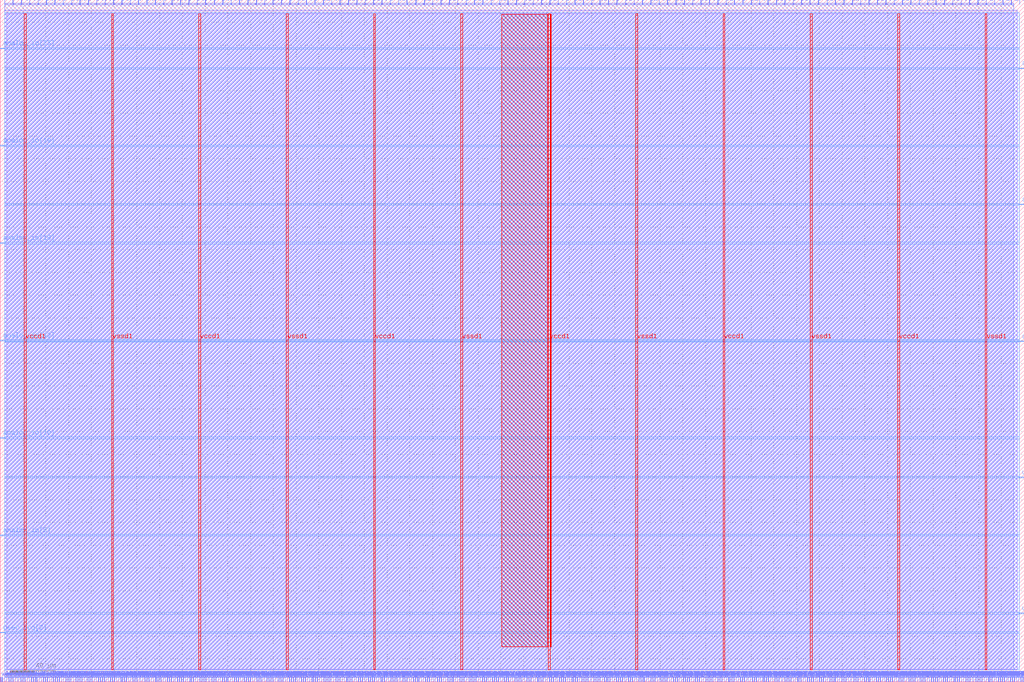
<source format=lef>
VERSION 5.7 ;
  NOWIREEXTENSIONATPIN ON ;
  DIVIDERCHAR "/" ;
  BUSBITCHARS "[]" ;
MACRO macro_la
  CLASS BLOCK ;
  FOREIGN macro_la ;
  ORIGIN 0.000 0.000 ;
  SIZE 900.000 BY 600.000 ;
  PIN active
    DIRECTION INPUT ;
    USE SIGNAL ;
    PORT
      LAYER met2 ;
        RECT 875.470 0.000 875.750 4.000 ;
    END
  END active
  PIN analog_io[0]
    DIRECTION INOUT ;
    USE SIGNAL ;
    PORT
      LAYER met2 ;
        RECT 844.650 596.000 844.930 600.000 ;
    END
  END analog_io[0]
  PIN analog_io[10]
    DIRECTION INOUT ;
    USE SIGNAL ;
    PORT
      LAYER met3 ;
        RECT 0.000 214.240 4.000 214.840 ;
    END
  END analog_io[10]
  PIN analog_io[11]
    DIRECTION INOUT ;
    USE SIGNAL ;
    PORT
      LAYER met2 ;
        RECT 889.730 0.000 890.010 4.000 ;
    END
  END analog_io[11]
  PIN analog_io[12]
    DIRECTION INOUT ;
    USE SIGNAL ;
    PORT
      LAYER met3 ;
        RECT 0.000 299.920 4.000 300.520 ;
    END
  END analog_io[12]
  PIN analog_io[13]
    DIRECTION INOUT ;
    USE SIGNAL ;
    PORT
      LAYER met2 ;
        RECT 866.730 596.000 867.010 600.000 ;
    END
  END analog_io[13]
  PIN analog_io[14]
    DIRECTION INOUT ;
    USE SIGNAL ;
    PORT
      LAYER met2 ;
        RECT 874.090 596.000 874.370 600.000 ;
    END
  END analog_io[14]
  PIN analog_io[15]
    DIRECTION INOUT ;
    USE SIGNAL ;
    PORT
      LAYER met2 ;
        RECT 891.570 0.000 891.850 4.000 ;
    END
  END analog_io[15]
  PIN analog_io[16]
    DIRECTION INOUT ;
    USE SIGNAL ;
    PORT
      LAYER met2 ;
        RECT 881.450 596.000 881.730 600.000 ;
    END
  END analog_io[16]
  PIN analog_io[17]
    DIRECTION INOUT ;
    USE SIGNAL ;
    PORT
      LAYER met2 ;
        RECT 893.410 0.000 893.690 4.000 ;
    END
  END analog_io[17]
  PIN analog_io[18]
    DIRECTION INOUT ;
    USE SIGNAL ;
    PORT
      LAYER met3 ;
        RECT 0.000 385.600 4.000 386.200 ;
    END
  END analog_io[18]
  PIN analog_io[19]
    DIRECTION INOUT ;
    USE SIGNAL ;
    PORT
      LAYER met3 ;
        RECT 0.000 471.280 4.000 471.880 ;
    END
  END analog_io[19]
  PIN analog_io[1]
    DIRECTION INOUT ;
    USE SIGNAL ;
    PORT
      LAYER met2 ;
        RECT 877.310 0.000 877.590 4.000 ;
    END
  END analog_io[1]
  PIN analog_io[20]
    DIRECTION INOUT ;
    USE SIGNAL ;
    PORT
      LAYER met2 ;
        RECT 895.250 0.000 895.530 4.000 ;
    END
  END analog_io[20]
  PIN analog_io[21]
    DIRECTION INOUT ;
    USE SIGNAL ;
    PORT
      LAYER met2 ;
        RECT 888.810 596.000 889.090 600.000 ;
    END
  END analog_io[21]
  PIN analog_io[22]
    DIRECTION INOUT ;
    USE SIGNAL ;
    PORT
      LAYER met3 ;
        RECT 896.000 299.240 900.000 299.840 ;
    END
  END analog_io[22]
  PIN analog_io[23]
    DIRECTION INOUT ;
    USE SIGNAL ;
    PORT
      LAYER met3 ;
        RECT 0.000 556.960 4.000 557.560 ;
    END
  END analog_io[23]
  PIN analog_io[24]
    DIRECTION INOUT ;
    USE SIGNAL ;
    PORT
      LAYER met2 ;
        RECT 897.090 0.000 897.370 4.000 ;
    END
  END analog_io[24]
  PIN analog_io[25]
    DIRECTION INOUT ;
    USE SIGNAL ;
    PORT
      LAYER met2 ;
        RECT 896.170 596.000 896.450 600.000 ;
    END
  END analog_io[25]
  PIN analog_io[26]
    DIRECTION INOUT ;
    USE SIGNAL ;
    PORT
      LAYER met3 ;
        RECT 896.000 419.600 900.000 420.200 ;
    END
  END analog_io[26]
  PIN analog_io[27]
    DIRECTION INOUT ;
    USE SIGNAL ;
    PORT
      LAYER met2 ;
        RECT 898.930 0.000 899.210 4.000 ;
    END
  END analog_io[27]
  PIN analog_io[28]
    DIRECTION INOUT ;
    USE SIGNAL ;
    PORT
      LAYER met3 ;
        RECT 896.000 539.280 900.000 539.880 ;
    END
  END analog_io[28]
  PIN analog_io[2]
    DIRECTION INOUT ;
    USE SIGNAL ;
    PORT
      LAYER met2 ;
        RECT 880.990 0.000 881.270 4.000 ;
    END
  END analog_io[2]
  PIN analog_io[3]
    DIRECTION INOUT ;
    USE SIGNAL ;
    PORT
      LAYER met2 ;
        RECT 852.010 596.000 852.290 600.000 ;
    END
  END analog_io[3]
  PIN analog_io[4]
    DIRECTION INOUT ;
    USE SIGNAL ;
    PORT
      LAYER met2 ;
        RECT 859.370 596.000 859.650 600.000 ;
    END
  END analog_io[4]
  PIN analog_io[5]
    DIRECTION INOUT ;
    USE SIGNAL ;
    PORT
      LAYER met2 ;
        RECT 882.830 0.000 883.110 4.000 ;
    END
  END analog_io[5]
  PIN analog_io[6]
    DIRECTION INOUT ;
    USE SIGNAL ;
    PORT
      LAYER met2 ;
        RECT 884.670 0.000 884.950 4.000 ;
    END
  END analog_io[6]
  PIN analog_io[7]
    DIRECTION INOUT ;
    USE SIGNAL ;
    PORT
      LAYER met2 ;
        RECT 886.050 0.000 886.330 4.000 ;
    END
  END analog_io[7]
  PIN analog_io[8]
    DIRECTION INOUT ;
    USE SIGNAL ;
    PORT
      LAYER met3 ;
        RECT 0.000 128.560 4.000 129.160 ;
    END
  END analog_io[8]
  PIN analog_io[9]
    DIRECTION INOUT ;
    USE SIGNAL ;
    PORT
      LAYER met2 ;
        RECT 887.890 0.000 888.170 4.000 ;
    END
  END analog_io[9]
  PIN io_in[0]
    DIRECTION INPUT ;
    USE SIGNAL ;
    PORT
      LAYER met2 ;
        RECT 3.770 596.000 4.050 600.000 ;
    END
  END io_in[0]
  PIN io_in[10]
    DIRECTION INPUT ;
    USE SIGNAL ;
    PORT
      LAYER met2 ;
        RECT 225.030 596.000 225.310 600.000 ;
    END
  END io_in[10]
  PIN io_in[11]
    DIRECTION INPUT ;
    USE SIGNAL ;
    PORT
      LAYER met2 ;
        RECT 247.110 596.000 247.390 600.000 ;
    END
  END io_in[11]
  PIN io_in[12]
    DIRECTION INPUT ;
    USE SIGNAL ;
    PORT
      LAYER met2 ;
        RECT 269.190 596.000 269.470 600.000 ;
    END
  END io_in[12]
  PIN io_in[13]
    DIRECTION INPUT ;
    USE SIGNAL ;
    PORT
      LAYER met2 ;
        RECT 291.270 596.000 291.550 600.000 ;
    END
  END io_in[13]
  PIN io_in[14]
    DIRECTION INPUT ;
    USE SIGNAL ;
    PORT
      LAYER met2 ;
        RECT 313.350 596.000 313.630 600.000 ;
    END
  END io_in[14]
  PIN io_in[15]
    DIRECTION INPUT ;
    USE SIGNAL ;
    PORT
      LAYER met2 ;
        RECT 335.430 596.000 335.710 600.000 ;
    END
  END io_in[15]
  PIN io_in[16]
    DIRECTION INPUT ;
    USE SIGNAL ;
    PORT
      LAYER met2 ;
        RECT 357.510 596.000 357.790 600.000 ;
    END
  END io_in[16]
  PIN io_in[17]
    DIRECTION INPUT ;
    USE SIGNAL ;
    PORT
      LAYER met2 ;
        RECT 380.050 596.000 380.330 600.000 ;
    END
  END io_in[17]
  PIN io_in[18]
    DIRECTION INPUT ;
    USE SIGNAL ;
    PORT
      LAYER met2 ;
        RECT 402.130 596.000 402.410 600.000 ;
    END
  END io_in[18]
  PIN io_in[19]
    DIRECTION INPUT ;
    USE SIGNAL ;
    PORT
      LAYER met2 ;
        RECT 424.210 596.000 424.490 600.000 ;
    END
  END io_in[19]
  PIN io_in[1]
    DIRECTION INPUT ;
    USE SIGNAL ;
    PORT
      LAYER met2 ;
        RECT 25.850 596.000 26.130 600.000 ;
    END
  END io_in[1]
  PIN io_in[20]
    DIRECTION INPUT ;
    USE SIGNAL ;
    PORT
      LAYER met2 ;
        RECT 446.290 596.000 446.570 600.000 ;
    END
  END io_in[20]
  PIN io_in[21]
    DIRECTION INPUT ;
    USE SIGNAL ;
    PORT
      LAYER met2 ;
        RECT 468.370 596.000 468.650 600.000 ;
    END
  END io_in[21]
  PIN io_in[22]
    DIRECTION INPUT ;
    USE SIGNAL ;
    PORT
      LAYER met2 ;
        RECT 490.450 596.000 490.730 600.000 ;
    END
  END io_in[22]
  PIN io_in[23]
    DIRECTION INPUT ;
    USE SIGNAL ;
    PORT
      LAYER met2 ;
        RECT 512.530 596.000 512.810 600.000 ;
    END
  END io_in[23]
  PIN io_in[24]
    DIRECTION INPUT ;
    USE SIGNAL ;
    PORT
      LAYER met2 ;
        RECT 534.610 596.000 534.890 600.000 ;
    END
  END io_in[24]
  PIN io_in[25]
    DIRECTION INPUT ;
    USE SIGNAL ;
    PORT
      LAYER met2 ;
        RECT 557.150 596.000 557.430 600.000 ;
    END
  END io_in[25]
  PIN io_in[26]
    DIRECTION INPUT ;
    USE SIGNAL ;
    PORT
      LAYER met2 ;
        RECT 579.230 596.000 579.510 600.000 ;
    END
  END io_in[26]
  PIN io_in[27]
    DIRECTION INPUT ;
    USE SIGNAL ;
    PORT
      LAYER met2 ;
        RECT 601.310 596.000 601.590 600.000 ;
    END
  END io_in[27]
  PIN io_in[28]
    DIRECTION INPUT ;
    USE SIGNAL ;
    PORT
      LAYER met2 ;
        RECT 623.390 596.000 623.670 600.000 ;
    END
  END io_in[28]
  PIN io_in[29]
    DIRECTION INPUT ;
    USE SIGNAL ;
    PORT
      LAYER met2 ;
        RECT 645.470 596.000 645.750 600.000 ;
    END
  END io_in[29]
  PIN io_in[2]
    DIRECTION INPUT ;
    USE SIGNAL ;
    PORT
      LAYER met2 ;
        RECT 47.930 596.000 48.210 600.000 ;
    END
  END io_in[2]
  PIN io_in[30]
    DIRECTION INPUT ;
    USE SIGNAL ;
    PORT
      LAYER met2 ;
        RECT 667.550 596.000 667.830 600.000 ;
    END
  END io_in[30]
  PIN io_in[31]
    DIRECTION INPUT ;
    USE SIGNAL ;
    PORT
      LAYER met2 ;
        RECT 689.630 596.000 689.910 600.000 ;
    END
  END io_in[31]
  PIN io_in[32]
    DIRECTION INPUT ;
    USE SIGNAL ;
    PORT
      LAYER met2 ;
        RECT 711.710 596.000 711.990 600.000 ;
    END
  END io_in[32]
  PIN io_in[33]
    DIRECTION INPUT ;
    USE SIGNAL ;
    PORT
      LAYER met2 ;
        RECT 734.250 596.000 734.530 600.000 ;
    END
  END io_in[33]
  PIN io_in[34]
    DIRECTION INPUT ;
    USE SIGNAL ;
    PORT
      LAYER met2 ;
        RECT 756.330 596.000 756.610 600.000 ;
    END
  END io_in[34]
  PIN io_in[35]
    DIRECTION INPUT ;
    USE SIGNAL ;
    PORT
      LAYER met2 ;
        RECT 778.410 596.000 778.690 600.000 ;
    END
  END io_in[35]
  PIN io_in[36]
    DIRECTION INPUT ;
    USE SIGNAL ;
    PORT
      LAYER met2 ;
        RECT 800.490 596.000 800.770 600.000 ;
    END
  END io_in[36]
  PIN io_in[37]
    DIRECTION INPUT ;
    USE SIGNAL ;
    PORT
      LAYER met2 ;
        RECT 822.570 596.000 822.850 600.000 ;
    END
  END io_in[37]
  PIN io_in[3]
    DIRECTION INPUT ;
    USE SIGNAL ;
    PORT
      LAYER met2 ;
        RECT 70.010 596.000 70.290 600.000 ;
    END
  END io_in[3]
  PIN io_in[4]
    DIRECTION INPUT ;
    USE SIGNAL ;
    PORT
      LAYER met2 ;
        RECT 92.090 596.000 92.370 600.000 ;
    END
  END io_in[4]
  PIN io_in[5]
    DIRECTION INPUT ;
    USE SIGNAL ;
    PORT
      LAYER met2 ;
        RECT 114.170 596.000 114.450 600.000 ;
    END
  END io_in[5]
  PIN io_in[6]
    DIRECTION INPUT ;
    USE SIGNAL ;
    PORT
      LAYER met2 ;
        RECT 136.250 596.000 136.530 600.000 ;
    END
  END io_in[6]
  PIN io_in[7]
    DIRECTION INPUT ;
    USE SIGNAL ;
    PORT
      LAYER met2 ;
        RECT 158.330 596.000 158.610 600.000 ;
    END
  END io_in[7]
  PIN io_in[8]
    DIRECTION INPUT ;
    USE SIGNAL ;
    PORT
      LAYER met2 ;
        RECT 180.410 596.000 180.690 600.000 ;
    END
  END io_in[8]
  PIN io_in[9]
    DIRECTION INPUT ;
    USE SIGNAL ;
    PORT
      LAYER met2 ;
        RECT 202.950 596.000 203.230 600.000 ;
    END
  END io_in[9]
  PIN io_oeb[0]
    DIRECTION OUTPUT TRISTATE ;
    USE SIGNAL ;
    PORT
      LAYER met2 ;
        RECT 11.130 596.000 11.410 600.000 ;
    END
  END io_oeb[0]
  PIN io_oeb[10]
    DIRECTION OUTPUT TRISTATE ;
    USE SIGNAL ;
    PORT
      LAYER met2 ;
        RECT 232.390 596.000 232.670 600.000 ;
    END
  END io_oeb[10]
  PIN io_oeb[11]
    DIRECTION OUTPUT TRISTATE ;
    USE SIGNAL ;
    PORT
      LAYER met2 ;
        RECT 254.470 596.000 254.750 600.000 ;
    END
  END io_oeb[11]
  PIN io_oeb[12]
    DIRECTION OUTPUT TRISTATE ;
    USE SIGNAL ;
    PORT
      LAYER met2 ;
        RECT 276.550 596.000 276.830 600.000 ;
    END
  END io_oeb[12]
  PIN io_oeb[13]
    DIRECTION OUTPUT TRISTATE ;
    USE SIGNAL ;
    PORT
      LAYER met2 ;
        RECT 298.630 596.000 298.910 600.000 ;
    END
  END io_oeb[13]
  PIN io_oeb[14]
    DIRECTION OUTPUT TRISTATE ;
    USE SIGNAL ;
    PORT
      LAYER met2 ;
        RECT 320.710 596.000 320.990 600.000 ;
    END
  END io_oeb[14]
  PIN io_oeb[15]
    DIRECTION OUTPUT TRISTATE ;
    USE SIGNAL ;
    PORT
      LAYER met2 ;
        RECT 342.790 596.000 343.070 600.000 ;
    END
  END io_oeb[15]
  PIN io_oeb[16]
    DIRECTION OUTPUT TRISTATE ;
    USE SIGNAL ;
    PORT
      LAYER met2 ;
        RECT 365.330 596.000 365.610 600.000 ;
    END
  END io_oeb[16]
  PIN io_oeb[17]
    DIRECTION OUTPUT TRISTATE ;
    USE SIGNAL ;
    PORT
      LAYER met2 ;
        RECT 387.410 596.000 387.690 600.000 ;
    END
  END io_oeb[17]
  PIN io_oeb[18]
    DIRECTION OUTPUT TRISTATE ;
    USE SIGNAL ;
    PORT
      LAYER met2 ;
        RECT 409.490 596.000 409.770 600.000 ;
    END
  END io_oeb[18]
  PIN io_oeb[19]
    DIRECTION OUTPUT TRISTATE ;
    USE SIGNAL ;
    PORT
      LAYER met2 ;
        RECT 431.570 596.000 431.850 600.000 ;
    END
  END io_oeb[19]
  PIN io_oeb[1]
    DIRECTION OUTPUT TRISTATE ;
    USE SIGNAL ;
    PORT
      LAYER met2 ;
        RECT 33.210 596.000 33.490 600.000 ;
    END
  END io_oeb[1]
  PIN io_oeb[20]
    DIRECTION OUTPUT TRISTATE ;
    USE SIGNAL ;
    PORT
      LAYER met2 ;
        RECT 453.650 596.000 453.930 600.000 ;
    END
  END io_oeb[20]
  PIN io_oeb[21]
    DIRECTION OUTPUT TRISTATE ;
    USE SIGNAL ;
    PORT
      LAYER met2 ;
        RECT 475.730 596.000 476.010 600.000 ;
    END
  END io_oeb[21]
  PIN io_oeb[22]
    DIRECTION OUTPUT TRISTATE ;
    USE SIGNAL ;
    PORT
      LAYER met2 ;
        RECT 497.810 596.000 498.090 600.000 ;
    END
  END io_oeb[22]
  PIN io_oeb[23]
    DIRECTION OUTPUT TRISTATE ;
    USE SIGNAL ;
    PORT
      LAYER met2 ;
        RECT 519.890 596.000 520.170 600.000 ;
    END
  END io_oeb[23]
  PIN io_oeb[24]
    DIRECTION OUTPUT TRISTATE ;
    USE SIGNAL ;
    PORT
      LAYER met2 ;
        RECT 541.970 596.000 542.250 600.000 ;
    END
  END io_oeb[24]
  PIN io_oeb[25]
    DIRECTION OUTPUT TRISTATE ;
    USE SIGNAL ;
    PORT
      LAYER met2 ;
        RECT 564.510 596.000 564.790 600.000 ;
    END
  END io_oeb[25]
  PIN io_oeb[26]
    DIRECTION OUTPUT TRISTATE ;
    USE SIGNAL ;
    PORT
      LAYER met2 ;
        RECT 586.590 596.000 586.870 600.000 ;
    END
  END io_oeb[26]
  PIN io_oeb[27]
    DIRECTION OUTPUT TRISTATE ;
    USE SIGNAL ;
    PORT
      LAYER met2 ;
        RECT 608.670 596.000 608.950 600.000 ;
    END
  END io_oeb[27]
  PIN io_oeb[28]
    DIRECTION OUTPUT TRISTATE ;
    USE SIGNAL ;
    PORT
      LAYER met2 ;
        RECT 630.750 596.000 631.030 600.000 ;
    END
  END io_oeb[28]
  PIN io_oeb[29]
    DIRECTION OUTPUT TRISTATE ;
    USE SIGNAL ;
    PORT
      LAYER met2 ;
        RECT 652.830 596.000 653.110 600.000 ;
    END
  END io_oeb[29]
  PIN io_oeb[2]
    DIRECTION OUTPUT TRISTATE ;
    USE SIGNAL ;
    PORT
      LAYER met2 ;
        RECT 55.290 596.000 55.570 600.000 ;
    END
  END io_oeb[2]
  PIN io_oeb[30]
    DIRECTION OUTPUT TRISTATE ;
    USE SIGNAL ;
    PORT
      LAYER met2 ;
        RECT 674.910 596.000 675.190 600.000 ;
    END
  END io_oeb[30]
  PIN io_oeb[31]
    DIRECTION OUTPUT TRISTATE ;
    USE SIGNAL ;
    PORT
      LAYER met2 ;
        RECT 696.990 596.000 697.270 600.000 ;
    END
  END io_oeb[31]
  PIN io_oeb[32]
    DIRECTION OUTPUT TRISTATE ;
    USE SIGNAL ;
    PORT
      LAYER met2 ;
        RECT 719.070 596.000 719.350 600.000 ;
    END
  END io_oeb[32]
  PIN io_oeb[33]
    DIRECTION OUTPUT TRISTATE ;
    USE SIGNAL ;
    PORT
      LAYER met2 ;
        RECT 741.610 596.000 741.890 600.000 ;
    END
  END io_oeb[33]
  PIN io_oeb[34]
    DIRECTION OUTPUT TRISTATE ;
    USE SIGNAL ;
    PORT
      LAYER met2 ;
        RECT 763.690 596.000 763.970 600.000 ;
    END
  END io_oeb[34]
  PIN io_oeb[35]
    DIRECTION OUTPUT TRISTATE ;
    USE SIGNAL ;
    PORT
      LAYER met2 ;
        RECT 785.770 596.000 786.050 600.000 ;
    END
  END io_oeb[35]
  PIN io_oeb[36]
    DIRECTION OUTPUT TRISTATE ;
    USE SIGNAL ;
    PORT
      LAYER met2 ;
        RECT 807.850 596.000 808.130 600.000 ;
    END
  END io_oeb[36]
  PIN io_oeb[37]
    DIRECTION OUTPUT TRISTATE ;
    USE SIGNAL ;
    PORT
      LAYER met2 ;
        RECT 829.930 596.000 830.210 600.000 ;
    END
  END io_oeb[37]
  PIN io_oeb[3]
    DIRECTION OUTPUT TRISTATE ;
    USE SIGNAL ;
    PORT
      LAYER met2 ;
        RECT 77.370 596.000 77.650 600.000 ;
    END
  END io_oeb[3]
  PIN io_oeb[4]
    DIRECTION OUTPUT TRISTATE ;
    USE SIGNAL ;
    PORT
      LAYER met2 ;
        RECT 99.450 596.000 99.730 600.000 ;
    END
  END io_oeb[4]
  PIN io_oeb[5]
    DIRECTION OUTPUT TRISTATE ;
    USE SIGNAL ;
    PORT
      LAYER met2 ;
        RECT 121.530 596.000 121.810 600.000 ;
    END
  END io_oeb[5]
  PIN io_oeb[6]
    DIRECTION OUTPUT TRISTATE ;
    USE SIGNAL ;
    PORT
      LAYER met2 ;
        RECT 143.610 596.000 143.890 600.000 ;
    END
  END io_oeb[6]
  PIN io_oeb[7]
    DIRECTION OUTPUT TRISTATE ;
    USE SIGNAL ;
    PORT
      LAYER met2 ;
        RECT 165.690 596.000 165.970 600.000 ;
    END
  END io_oeb[7]
  PIN io_oeb[8]
    DIRECTION OUTPUT TRISTATE ;
    USE SIGNAL ;
    PORT
      LAYER met2 ;
        RECT 188.230 596.000 188.510 600.000 ;
    END
  END io_oeb[8]
  PIN io_oeb[9]
    DIRECTION OUTPUT TRISTATE ;
    USE SIGNAL ;
    PORT
      LAYER met2 ;
        RECT 210.310 596.000 210.590 600.000 ;
    END
  END io_oeb[9]
  PIN io_out[0]
    DIRECTION OUTPUT TRISTATE ;
    USE SIGNAL ;
    PORT
      LAYER met2 ;
        RECT 18.490 596.000 18.770 600.000 ;
    END
  END io_out[0]
  PIN io_out[10]
    DIRECTION OUTPUT TRISTATE ;
    USE SIGNAL ;
    PORT
      LAYER met2 ;
        RECT 239.750 596.000 240.030 600.000 ;
    END
  END io_out[10]
  PIN io_out[11]
    DIRECTION OUTPUT TRISTATE ;
    USE SIGNAL ;
    PORT
      LAYER met2 ;
        RECT 261.830 596.000 262.110 600.000 ;
    END
  END io_out[11]
  PIN io_out[12]
    DIRECTION OUTPUT TRISTATE ;
    USE SIGNAL ;
    PORT
      LAYER met2 ;
        RECT 283.910 596.000 284.190 600.000 ;
    END
  END io_out[12]
  PIN io_out[13]
    DIRECTION OUTPUT TRISTATE ;
    USE SIGNAL ;
    PORT
      LAYER met2 ;
        RECT 305.990 596.000 306.270 600.000 ;
    END
  END io_out[13]
  PIN io_out[14]
    DIRECTION OUTPUT TRISTATE ;
    USE SIGNAL ;
    PORT
      LAYER met2 ;
        RECT 328.070 596.000 328.350 600.000 ;
    END
  END io_out[14]
  PIN io_out[15]
    DIRECTION OUTPUT TRISTATE ;
    USE SIGNAL ;
    PORT
      LAYER met2 ;
        RECT 350.150 596.000 350.430 600.000 ;
    END
  END io_out[15]
  PIN io_out[16]
    DIRECTION OUTPUT TRISTATE ;
    USE SIGNAL ;
    PORT
      LAYER met2 ;
        RECT 372.690 596.000 372.970 600.000 ;
    END
  END io_out[16]
  PIN io_out[17]
    DIRECTION OUTPUT TRISTATE ;
    USE SIGNAL ;
    PORT
      LAYER met2 ;
        RECT 394.770 596.000 395.050 600.000 ;
    END
  END io_out[17]
  PIN io_out[18]
    DIRECTION OUTPUT TRISTATE ;
    USE SIGNAL ;
    PORT
      LAYER met2 ;
        RECT 416.850 596.000 417.130 600.000 ;
    END
  END io_out[18]
  PIN io_out[19]
    DIRECTION OUTPUT TRISTATE ;
    USE SIGNAL ;
    PORT
      LAYER met2 ;
        RECT 438.930 596.000 439.210 600.000 ;
    END
  END io_out[19]
  PIN io_out[1]
    DIRECTION OUTPUT TRISTATE ;
    USE SIGNAL ;
    PORT
      LAYER met2 ;
        RECT 40.570 596.000 40.850 600.000 ;
    END
  END io_out[1]
  PIN io_out[20]
    DIRECTION OUTPUT TRISTATE ;
    USE SIGNAL ;
    PORT
      LAYER met2 ;
        RECT 461.010 596.000 461.290 600.000 ;
    END
  END io_out[20]
  PIN io_out[21]
    DIRECTION OUTPUT TRISTATE ;
    USE SIGNAL ;
    PORT
      LAYER met2 ;
        RECT 483.090 596.000 483.370 600.000 ;
    END
  END io_out[21]
  PIN io_out[22]
    DIRECTION OUTPUT TRISTATE ;
    USE SIGNAL ;
    PORT
      LAYER met2 ;
        RECT 505.170 596.000 505.450 600.000 ;
    END
  END io_out[22]
  PIN io_out[23]
    DIRECTION OUTPUT TRISTATE ;
    USE SIGNAL ;
    PORT
      LAYER met2 ;
        RECT 527.250 596.000 527.530 600.000 ;
    END
  END io_out[23]
  PIN io_out[24]
    DIRECTION OUTPUT TRISTATE ;
    USE SIGNAL ;
    PORT
      LAYER met2 ;
        RECT 549.790 596.000 550.070 600.000 ;
    END
  END io_out[24]
  PIN io_out[25]
    DIRECTION OUTPUT TRISTATE ;
    USE SIGNAL ;
    PORT
      LAYER met2 ;
        RECT 571.870 596.000 572.150 600.000 ;
    END
  END io_out[25]
  PIN io_out[26]
    DIRECTION OUTPUT TRISTATE ;
    USE SIGNAL ;
    PORT
      LAYER met2 ;
        RECT 593.950 596.000 594.230 600.000 ;
    END
  END io_out[26]
  PIN io_out[27]
    DIRECTION OUTPUT TRISTATE ;
    USE SIGNAL ;
    PORT
      LAYER met2 ;
        RECT 616.030 596.000 616.310 600.000 ;
    END
  END io_out[27]
  PIN io_out[28]
    DIRECTION OUTPUT TRISTATE ;
    USE SIGNAL ;
    PORT
      LAYER met2 ;
        RECT 638.110 596.000 638.390 600.000 ;
    END
  END io_out[28]
  PIN io_out[29]
    DIRECTION OUTPUT TRISTATE ;
    USE SIGNAL ;
    PORT
      LAYER met2 ;
        RECT 660.190 596.000 660.470 600.000 ;
    END
  END io_out[29]
  PIN io_out[2]
    DIRECTION OUTPUT TRISTATE ;
    USE SIGNAL ;
    PORT
      LAYER met2 ;
        RECT 62.650 596.000 62.930 600.000 ;
    END
  END io_out[2]
  PIN io_out[30]
    DIRECTION OUTPUT TRISTATE ;
    USE SIGNAL ;
    PORT
      LAYER met2 ;
        RECT 682.270 596.000 682.550 600.000 ;
    END
  END io_out[30]
  PIN io_out[31]
    DIRECTION OUTPUT TRISTATE ;
    USE SIGNAL ;
    PORT
      LAYER met2 ;
        RECT 704.350 596.000 704.630 600.000 ;
    END
  END io_out[31]
  PIN io_out[32]
    DIRECTION OUTPUT TRISTATE ;
    USE SIGNAL ;
    PORT
      LAYER met2 ;
        RECT 726.890 596.000 727.170 600.000 ;
    END
  END io_out[32]
  PIN io_out[33]
    DIRECTION OUTPUT TRISTATE ;
    USE SIGNAL ;
    PORT
      LAYER met2 ;
        RECT 748.970 596.000 749.250 600.000 ;
    END
  END io_out[33]
  PIN io_out[34]
    DIRECTION OUTPUT TRISTATE ;
    USE SIGNAL ;
    PORT
      LAYER met2 ;
        RECT 771.050 596.000 771.330 600.000 ;
    END
  END io_out[34]
  PIN io_out[35]
    DIRECTION OUTPUT TRISTATE ;
    USE SIGNAL ;
    PORT
      LAYER met2 ;
        RECT 793.130 596.000 793.410 600.000 ;
    END
  END io_out[35]
  PIN io_out[36]
    DIRECTION OUTPUT TRISTATE ;
    USE SIGNAL ;
    PORT
      LAYER met2 ;
        RECT 815.210 596.000 815.490 600.000 ;
    END
  END io_out[36]
  PIN io_out[37]
    DIRECTION OUTPUT TRISTATE ;
    USE SIGNAL ;
    PORT
      LAYER met2 ;
        RECT 837.290 596.000 837.570 600.000 ;
    END
  END io_out[37]
  PIN io_out[3]
    DIRECTION OUTPUT TRISTATE ;
    USE SIGNAL ;
    PORT
      LAYER met2 ;
        RECT 84.730 596.000 85.010 600.000 ;
    END
  END io_out[3]
  PIN io_out[4]
    DIRECTION OUTPUT TRISTATE ;
    USE SIGNAL ;
    PORT
      LAYER met2 ;
        RECT 106.810 596.000 107.090 600.000 ;
    END
  END io_out[4]
  PIN io_out[5]
    DIRECTION OUTPUT TRISTATE ;
    USE SIGNAL ;
    PORT
      LAYER met2 ;
        RECT 128.890 596.000 129.170 600.000 ;
    END
  END io_out[5]
  PIN io_out[6]
    DIRECTION OUTPUT TRISTATE ;
    USE SIGNAL ;
    PORT
      LAYER met2 ;
        RECT 150.970 596.000 151.250 600.000 ;
    END
  END io_out[6]
  PIN io_out[7]
    DIRECTION OUTPUT TRISTATE ;
    USE SIGNAL ;
    PORT
      LAYER met2 ;
        RECT 173.050 596.000 173.330 600.000 ;
    END
  END io_out[7]
  PIN io_out[8]
    DIRECTION OUTPUT TRISTATE ;
    USE SIGNAL ;
    PORT
      LAYER met2 ;
        RECT 195.590 596.000 195.870 600.000 ;
    END
  END io_out[8]
  PIN io_out[9]
    DIRECTION OUTPUT TRISTATE ;
    USE SIGNAL ;
    PORT
      LAYER met2 ;
        RECT 217.670 596.000 217.950 600.000 ;
    END
  END io_out[9]
  PIN la_data_in[0]
    DIRECTION INPUT ;
    USE SIGNAL ;
    PORT
      LAYER met2 ;
        RECT 189.610 0.000 189.890 4.000 ;
    END
  END la_data_in[0]
  PIN la_data_in[100]
    DIRECTION INPUT ;
    USE SIGNAL ;
    PORT
      LAYER met2 ;
        RECT 725.510 0.000 725.790 4.000 ;
    END
  END la_data_in[100]
  PIN la_data_in[101]
    DIRECTION INPUT ;
    USE SIGNAL ;
    PORT
      LAYER met2 ;
        RECT 731.030 0.000 731.310 4.000 ;
    END
  END la_data_in[101]
  PIN la_data_in[102]
    DIRECTION INPUT ;
    USE SIGNAL ;
    PORT
      LAYER met2 ;
        RECT 736.090 0.000 736.370 4.000 ;
    END
  END la_data_in[102]
  PIN la_data_in[103]
    DIRECTION INPUT ;
    USE SIGNAL ;
    PORT
      LAYER met2 ;
        RECT 741.610 0.000 741.890 4.000 ;
    END
  END la_data_in[103]
  PIN la_data_in[104]
    DIRECTION INPUT ;
    USE SIGNAL ;
    PORT
      LAYER met2 ;
        RECT 747.130 0.000 747.410 4.000 ;
    END
  END la_data_in[104]
  PIN la_data_in[105]
    DIRECTION INPUT ;
    USE SIGNAL ;
    PORT
      LAYER met2 ;
        RECT 752.190 0.000 752.470 4.000 ;
    END
  END la_data_in[105]
  PIN la_data_in[106]
    DIRECTION INPUT ;
    USE SIGNAL ;
    PORT
      LAYER met2 ;
        RECT 757.710 0.000 757.990 4.000 ;
    END
  END la_data_in[106]
  PIN la_data_in[107]
    DIRECTION INPUT ;
    USE SIGNAL ;
    PORT
      LAYER met2 ;
        RECT 763.230 0.000 763.510 4.000 ;
    END
  END la_data_in[107]
  PIN la_data_in[108]
    DIRECTION INPUT ;
    USE SIGNAL ;
    PORT
      LAYER met2 ;
        RECT 768.290 0.000 768.570 4.000 ;
    END
  END la_data_in[108]
  PIN la_data_in[109]
    DIRECTION INPUT ;
    USE SIGNAL ;
    PORT
      LAYER met2 ;
        RECT 773.810 0.000 774.090 4.000 ;
    END
  END la_data_in[109]
  PIN la_data_in[10]
    DIRECTION INPUT ;
    USE SIGNAL ;
    PORT
      LAYER met2 ;
        RECT 243.430 0.000 243.710 4.000 ;
    END
  END la_data_in[10]
  PIN la_data_in[110]
    DIRECTION INPUT ;
    USE SIGNAL ;
    PORT
      LAYER met2 ;
        RECT 778.870 0.000 779.150 4.000 ;
    END
  END la_data_in[110]
  PIN la_data_in[111]
    DIRECTION INPUT ;
    USE SIGNAL ;
    PORT
      LAYER met2 ;
        RECT 784.390 0.000 784.670 4.000 ;
    END
  END la_data_in[111]
  PIN la_data_in[112]
    DIRECTION INPUT ;
    USE SIGNAL ;
    PORT
      LAYER met2 ;
        RECT 789.910 0.000 790.190 4.000 ;
    END
  END la_data_in[112]
  PIN la_data_in[113]
    DIRECTION INPUT ;
    USE SIGNAL ;
    PORT
      LAYER met2 ;
        RECT 794.970 0.000 795.250 4.000 ;
    END
  END la_data_in[113]
  PIN la_data_in[114]
    DIRECTION INPUT ;
    USE SIGNAL ;
    PORT
      LAYER met2 ;
        RECT 800.490 0.000 800.770 4.000 ;
    END
  END la_data_in[114]
  PIN la_data_in[115]
    DIRECTION INPUT ;
    USE SIGNAL ;
    PORT
      LAYER met2 ;
        RECT 806.010 0.000 806.290 4.000 ;
    END
  END la_data_in[115]
  PIN la_data_in[116]
    DIRECTION INPUT ;
    USE SIGNAL ;
    PORT
      LAYER met2 ;
        RECT 811.070 0.000 811.350 4.000 ;
    END
  END la_data_in[116]
  PIN la_data_in[117]
    DIRECTION INPUT ;
    USE SIGNAL ;
    PORT
      LAYER met2 ;
        RECT 816.590 0.000 816.870 4.000 ;
    END
  END la_data_in[117]
  PIN la_data_in[118]
    DIRECTION INPUT ;
    USE SIGNAL ;
    PORT
      LAYER met2 ;
        RECT 822.110 0.000 822.390 4.000 ;
    END
  END la_data_in[118]
  PIN la_data_in[119]
    DIRECTION INPUT ;
    USE SIGNAL ;
    PORT
      LAYER met2 ;
        RECT 827.170 0.000 827.450 4.000 ;
    END
  END la_data_in[119]
  PIN la_data_in[11]
    DIRECTION INPUT ;
    USE SIGNAL ;
    PORT
      LAYER met2 ;
        RECT 248.490 0.000 248.770 4.000 ;
    END
  END la_data_in[11]
  PIN la_data_in[120]
    DIRECTION INPUT ;
    USE SIGNAL ;
    PORT
      LAYER met2 ;
        RECT 832.690 0.000 832.970 4.000 ;
    END
  END la_data_in[120]
  PIN la_data_in[121]
    DIRECTION INPUT ;
    USE SIGNAL ;
    PORT
      LAYER met2 ;
        RECT 838.210 0.000 838.490 4.000 ;
    END
  END la_data_in[121]
  PIN la_data_in[122]
    DIRECTION INPUT ;
    USE SIGNAL ;
    PORT
      LAYER met2 ;
        RECT 843.270 0.000 843.550 4.000 ;
    END
  END la_data_in[122]
  PIN la_data_in[123]
    DIRECTION INPUT ;
    USE SIGNAL ;
    PORT
      LAYER met2 ;
        RECT 848.790 0.000 849.070 4.000 ;
    END
  END la_data_in[123]
  PIN la_data_in[124]
    DIRECTION INPUT ;
    USE SIGNAL ;
    PORT
      LAYER met2 ;
        RECT 854.310 0.000 854.590 4.000 ;
    END
  END la_data_in[124]
  PIN la_data_in[125]
    DIRECTION INPUT ;
    USE SIGNAL ;
    PORT
      LAYER met2 ;
        RECT 859.370 0.000 859.650 4.000 ;
    END
  END la_data_in[125]
  PIN la_data_in[126]
    DIRECTION INPUT ;
    USE SIGNAL ;
    PORT
      LAYER met2 ;
        RECT 864.890 0.000 865.170 4.000 ;
    END
  END la_data_in[126]
  PIN la_data_in[127]
    DIRECTION INPUT ;
    USE SIGNAL ;
    PORT
      LAYER met2 ;
        RECT 869.950 0.000 870.230 4.000 ;
    END
  END la_data_in[127]
  PIN la_data_in[12]
    DIRECTION INPUT ;
    USE SIGNAL ;
    PORT
      LAYER met2 ;
        RECT 254.010 0.000 254.290 4.000 ;
    END
  END la_data_in[12]
  PIN la_data_in[13]
    DIRECTION INPUT ;
    USE SIGNAL ;
    PORT
      LAYER met2 ;
        RECT 259.530 0.000 259.810 4.000 ;
    END
  END la_data_in[13]
  PIN la_data_in[14]
    DIRECTION INPUT ;
    USE SIGNAL ;
    PORT
      LAYER met2 ;
        RECT 264.590 0.000 264.870 4.000 ;
    END
  END la_data_in[14]
  PIN la_data_in[15]
    DIRECTION INPUT ;
    USE SIGNAL ;
    PORT
      LAYER met2 ;
        RECT 270.110 0.000 270.390 4.000 ;
    END
  END la_data_in[15]
  PIN la_data_in[16]
    DIRECTION INPUT ;
    USE SIGNAL ;
    PORT
      LAYER met2 ;
        RECT 275.170 0.000 275.450 4.000 ;
    END
  END la_data_in[16]
  PIN la_data_in[17]
    DIRECTION INPUT ;
    USE SIGNAL ;
    PORT
      LAYER met2 ;
        RECT 280.690 0.000 280.970 4.000 ;
    END
  END la_data_in[17]
  PIN la_data_in[18]
    DIRECTION INPUT ;
    USE SIGNAL ;
    PORT
      LAYER met2 ;
        RECT 286.210 0.000 286.490 4.000 ;
    END
  END la_data_in[18]
  PIN la_data_in[19]
    DIRECTION INPUT ;
    USE SIGNAL ;
    PORT
      LAYER met2 ;
        RECT 291.270 0.000 291.550 4.000 ;
    END
  END la_data_in[19]
  PIN la_data_in[1]
    DIRECTION INPUT ;
    USE SIGNAL ;
    PORT
      LAYER met2 ;
        RECT 195.130 0.000 195.410 4.000 ;
    END
  END la_data_in[1]
  PIN la_data_in[20]
    DIRECTION INPUT ;
    USE SIGNAL ;
    PORT
      LAYER met2 ;
        RECT 296.790 0.000 297.070 4.000 ;
    END
  END la_data_in[20]
  PIN la_data_in[21]
    DIRECTION INPUT ;
    USE SIGNAL ;
    PORT
      LAYER met2 ;
        RECT 302.310 0.000 302.590 4.000 ;
    END
  END la_data_in[21]
  PIN la_data_in[22]
    DIRECTION INPUT ;
    USE SIGNAL ;
    PORT
      LAYER met2 ;
        RECT 307.370 0.000 307.650 4.000 ;
    END
  END la_data_in[22]
  PIN la_data_in[23]
    DIRECTION INPUT ;
    USE SIGNAL ;
    PORT
      LAYER met2 ;
        RECT 312.890 0.000 313.170 4.000 ;
    END
  END la_data_in[23]
  PIN la_data_in[24]
    DIRECTION INPUT ;
    USE SIGNAL ;
    PORT
      LAYER met2 ;
        RECT 318.410 0.000 318.690 4.000 ;
    END
  END la_data_in[24]
  PIN la_data_in[25]
    DIRECTION INPUT ;
    USE SIGNAL ;
    PORT
      LAYER met2 ;
        RECT 323.470 0.000 323.750 4.000 ;
    END
  END la_data_in[25]
  PIN la_data_in[26]
    DIRECTION INPUT ;
    USE SIGNAL ;
    PORT
      LAYER met2 ;
        RECT 328.990 0.000 329.270 4.000 ;
    END
  END la_data_in[26]
  PIN la_data_in[27]
    DIRECTION INPUT ;
    USE SIGNAL ;
    PORT
      LAYER met2 ;
        RECT 334.510 0.000 334.790 4.000 ;
    END
  END la_data_in[27]
  PIN la_data_in[28]
    DIRECTION INPUT ;
    USE SIGNAL ;
    PORT
      LAYER met2 ;
        RECT 339.570 0.000 339.850 4.000 ;
    END
  END la_data_in[28]
  PIN la_data_in[29]
    DIRECTION INPUT ;
    USE SIGNAL ;
    PORT
      LAYER met2 ;
        RECT 345.090 0.000 345.370 4.000 ;
    END
  END la_data_in[29]
  PIN la_data_in[2]
    DIRECTION INPUT ;
    USE SIGNAL ;
    PORT
      LAYER met2 ;
        RECT 200.190 0.000 200.470 4.000 ;
    END
  END la_data_in[2]
  PIN la_data_in[30]
    DIRECTION INPUT ;
    USE SIGNAL ;
    PORT
      LAYER met2 ;
        RECT 350.610 0.000 350.890 4.000 ;
    END
  END la_data_in[30]
  PIN la_data_in[31]
    DIRECTION INPUT ;
    USE SIGNAL ;
    PORT
      LAYER met2 ;
        RECT 355.670 0.000 355.950 4.000 ;
    END
  END la_data_in[31]
  PIN la_data_in[32]
    DIRECTION INPUT ;
    USE SIGNAL ;
    PORT
      LAYER met2 ;
        RECT 361.190 0.000 361.470 4.000 ;
    END
  END la_data_in[32]
  PIN la_data_in[33]
    DIRECTION INPUT ;
    USE SIGNAL ;
    PORT
      LAYER met2 ;
        RECT 366.710 0.000 366.990 4.000 ;
    END
  END la_data_in[33]
  PIN la_data_in[34]
    DIRECTION INPUT ;
    USE SIGNAL ;
    PORT
      LAYER met2 ;
        RECT 371.770 0.000 372.050 4.000 ;
    END
  END la_data_in[34]
  PIN la_data_in[35]
    DIRECTION INPUT ;
    USE SIGNAL ;
    PORT
      LAYER met2 ;
        RECT 377.290 0.000 377.570 4.000 ;
    END
  END la_data_in[35]
  PIN la_data_in[36]
    DIRECTION INPUT ;
    USE SIGNAL ;
    PORT
      LAYER met2 ;
        RECT 382.350 0.000 382.630 4.000 ;
    END
  END la_data_in[36]
  PIN la_data_in[37]
    DIRECTION INPUT ;
    USE SIGNAL ;
    PORT
      LAYER met2 ;
        RECT 387.870 0.000 388.150 4.000 ;
    END
  END la_data_in[37]
  PIN la_data_in[38]
    DIRECTION INPUT ;
    USE SIGNAL ;
    PORT
      LAYER met2 ;
        RECT 393.390 0.000 393.670 4.000 ;
    END
  END la_data_in[38]
  PIN la_data_in[39]
    DIRECTION INPUT ;
    USE SIGNAL ;
    PORT
      LAYER met2 ;
        RECT 398.450 0.000 398.730 4.000 ;
    END
  END la_data_in[39]
  PIN la_data_in[3]
    DIRECTION INPUT ;
    USE SIGNAL ;
    PORT
      LAYER met2 ;
        RECT 205.710 0.000 205.990 4.000 ;
    END
  END la_data_in[3]
  PIN la_data_in[40]
    DIRECTION INPUT ;
    USE SIGNAL ;
    PORT
      LAYER met2 ;
        RECT 403.970 0.000 404.250 4.000 ;
    END
  END la_data_in[40]
  PIN la_data_in[41]
    DIRECTION INPUT ;
    USE SIGNAL ;
    PORT
      LAYER met2 ;
        RECT 409.490 0.000 409.770 4.000 ;
    END
  END la_data_in[41]
  PIN la_data_in[42]
    DIRECTION INPUT ;
    USE SIGNAL ;
    PORT
      LAYER met2 ;
        RECT 414.550 0.000 414.830 4.000 ;
    END
  END la_data_in[42]
  PIN la_data_in[43]
    DIRECTION INPUT ;
    USE SIGNAL ;
    PORT
      LAYER met2 ;
        RECT 420.070 0.000 420.350 4.000 ;
    END
  END la_data_in[43]
  PIN la_data_in[44]
    DIRECTION INPUT ;
    USE SIGNAL ;
    PORT
      LAYER met2 ;
        RECT 425.590 0.000 425.870 4.000 ;
    END
  END la_data_in[44]
  PIN la_data_in[45]
    DIRECTION INPUT ;
    USE SIGNAL ;
    PORT
      LAYER met2 ;
        RECT 430.650 0.000 430.930 4.000 ;
    END
  END la_data_in[45]
  PIN la_data_in[46]
    DIRECTION INPUT ;
    USE SIGNAL ;
    PORT
      LAYER met2 ;
        RECT 436.170 0.000 436.450 4.000 ;
    END
  END la_data_in[46]
  PIN la_data_in[47]
    DIRECTION INPUT ;
    USE SIGNAL ;
    PORT
      LAYER met2 ;
        RECT 441.690 0.000 441.970 4.000 ;
    END
  END la_data_in[47]
  PIN la_data_in[48]
    DIRECTION INPUT ;
    USE SIGNAL ;
    PORT
      LAYER met2 ;
        RECT 446.750 0.000 447.030 4.000 ;
    END
  END la_data_in[48]
  PIN la_data_in[49]
    DIRECTION INPUT ;
    USE SIGNAL ;
    PORT
      LAYER met2 ;
        RECT 452.270 0.000 452.550 4.000 ;
    END
  END la_data_in[49]
  PIN la_data_in[4]
    DIRECTION INPUT ;
    USE SIGNAL ;
    PORT
      LAYER met2 ;
        RECT 211.230 0.000 211.510 4.000 ;
    END
  END la_data_in[4]
  PIN la_data_in[50]
    DIRECTION INPUT ;
    USE SIGNAL ;
    PORT
      LAYER met2 ;
        RECT 457.790 0.000 458.070 4.000 ;
    END
  END la_data_in[50]
  PIN la_data_in[51]
    DIRECTION INPUT ;
    USE SIGNAL ;
    PORT
      LAYER met2 ;
        RECT 462.850 0.000 463.130 4.000 ;
    END
  END la_data_in[51]
  PIN la_data_in[52]
    DIRECTION INPUT ;
    USE SIGNAL ;
    PORT
      LAYER met2 ;
        RECT 468.370 0.000 468.650 4.000 ;
    END
  END la_data_in[52]
  PIN la_data_in[53]
    DIRECTION INPUT ;
    USE SIGNAL ;
    PORT
      LAYER met2 ;
        RECT 473.430 0.000 473.710 4.000 ;
    END
  END la_data_in[53]
  PIN la_data_in[54]
    DIRECTION INPUT ;
    USE SIGNAL ;
    PORT
      LAYER met2 ;
        RECT 478.950 0.000 479.230 4.000 ;
    END
  END la_data_in[54]
  PIN la_data_in[55]
    DIRECTION INPUT ;
    USE SIGNAL ;
    PORT
      LAYER met2 ;
        RECT 484.470 0.000 484.750 4.000 ;
    END
  END la_data_in[55]
  PIN la_data_in[56]
    DIRECTION INPUT ;
    USE SIGNAL ;
    PORT
      LAYER met2 ;
        RECT 489.530 0.000 489.810 4.000 ;
    END
  END la_data_in[56]
  PIN la_data_in[57]
    DIRECTION INPUT ;
    USE SIGNAL ;
    PORT
      LAYER met2 ;
        RECT 495.050 0.000 495.330 4.000 ;
    END
  END la_data_in[57]
  PIN la_data_in[58]
    DIRECTION INPUT ;
    USE SIGNAL ;
    PORT
      LAYER met2 ;
        RECT 500.570 0.000 500.850 4.000 ;
    END
  END la_data_in[58]
  PIN la_data_in[59]
    DIRECTION INPUT ;
    USE SIGNAL ;
    PORT
      LAYER met2 ;
        RECT 505.630 0.000 505.910 4.000 ;
    END
  END la_data_in[59]
  PIN la_data_in[5]
    DIRECTION INPUT ;
    USE SIGNAL ;
    PORT
      LAYER met2 ;
        RECT 216.290 0.000 216.570 4.000 ;
    END
  END la_data_in[5]
  PIN la_data_in[60]
    DIRECTION INPUT ;
    USE SIGNAL ;
    PORT
      LAYER met2 ;
        RECT 511.150 0.000 511.430 4.000 ;
    END
  END la_data_in[60]
  PIN la_data_in[61]
    DIRECTION INPUT ;
    USE SIGNAL ;
    PORT
      LAYER met2 ;
        RECT 516.670 0.000 516.950 4.000 ;
    END
  END la_data_in[61]
  PIN la_data_in[62]
    DIRECTION INPUT ;
    USE SIGNAL ;
    PORT
      LAYER met2 ;
        RECT 521.730 0.000 522.010 4.000 ;
    END
  END la_data_in[62]
  PIN la_data_in[63]
    DIRECTION INPUT ;
    USE SIGNAL ;
    PORT
      LAYER met2 ;
        RECT 527.250 0.000 527.530 4.000 ;
    END
  END la_data_in[63]
  PIN la_data_in[64]
    DIRECTION INPUT ;
    USE SIGNAL ;
    PORT
      LAYER met2 ;
        RECT 532.770 0.000 533.050 4.000 ;
    END
  END la_data_in[64]
  PIN la_data_in[65]
    DIRECTION INPUT ;
    USE SIGNAL ;
    PORT
      LAYER met2 ;
        RECT 537.830 0.000 538.110 4.000 ;
    END
  END la_data_in[65]
  PIN la_data_in[66]
    DIRECTION INPUT ;
    USE SIGNAL ;
    PORT
      LAYER met2 ;
        RECT 543.350 0.000 543.630 4.000 ;
    END
  END la_data_in[66]
  PIN la_data_in[67]
    DIRECTION INPUT ;
    USE SIGNAL ;
    PORT
      LAYER met2 ;
        RECT 548.870 0.000 549.150 4.000 ;
    END
  END la_data_in[67]
  PIN la_data_in[68]
    DIRECTION INPUT ;
    USE SIGNAL ;
    PORT
      LAYER met2 ;
        RECT 553.930 0.000 554.210 4.000 ;
    END
  END la_data_in[68]
  PIN la_data_in[69]
    DIRECTION INPUT ;
    USE SIGNAL ;
    PORT
      LAYER met2 ;
        RECT 559.450 0.000 559.730 4.000 ;
    END
  END la_data_in[69]
  PIN la_data_in[6]
    DIRECTION INPUT ;
    USE SIGNAL ;
    PORT
      LAYER met2 ;
        RECT 221.810 0.000 222.090 4.000 ;
    END
  END la_data_in[6]
  PIN la_data_in[70]
    DIRECTION INPUT ;
    USE SIGNAL ;
    PORT
      LAYER met2 ;
        RECT 564.970 0.000 565.250 4.000 ;
    END
  END la_data_in[70]
  PIN la_data_in[71]
    DIRECTION INPUT ;
    USE SIGNAL ;
    PORT
      LAYER met2 ;
        RECT 570.030 0.000 570.310 4.000 ;
    END
  END la_data_in[71]
  PIN la_data_in[72]
    DIRECTION INPUT ;
    USE SIGNAL ;
    PORT
      LAYER met2 ;
        RECT 575.550 0.000 575.830 4.000 ;
    END
  END la_data_in[72]
  PIN la_data_in[73]
    DIRECTION INPUT ;
    USE SIGNAL ;
    PORT
      LAYER met2 ;
        RECT 580.610 0.000 580.890 4.000 ;
    END
  END la_data_in[73]
  PIN la_data_in[74]
    DIRECTION INPUT ;
    USE SIGNAL ;
    PORT
      LAYER met2 ;
        RECT 586.130 0.000 586.410 4.000 ;
    END
  END la_data_in[74]
  PIN la_data_in[75]
    DIRECTION INPUT ;
    USE SIGNAL ;
    PORT
      LAYER met2 ;
        RECT 591.650 0.000 591.930 4.000 ;
    END
  END la_data_in[75]
  PIN la_data_in[76]
    DIRECTION INPUT ;
    USE SIGNAL ;
    PORT
      LAYER met2 ;
        RECT 596.710 0.000 596.990 4.000 ;
    END
  END la_data_in[76]
  PIN la_data_in[77]
    DIRECTION INPUT ;
    USE SIGNAL ;
    PORT
      LAYER met2 ;
        RECT 602.230 0.000 602.510 4.000 ;
    END
  END la_data_in[77]
  PIN la_data_in[78]
    DIRECTION INPUT ;
    USE SIGNAL ;
    PORT
      LAYER met2 ;
        RECT 607.750 0.000 608.030 4.000 ;
    END
  END la_data_in[78]
  PIN la_data_in[79]
    DIRECTION INPUT ;
    USE SIGNAL ;
    PORT
      LAYER met2 ;
        RECT 612.810 0.000 613.090 4.000 ;
    END
  END la_data_in[79]
  PIN la_data_in[7]
    DIRECTION INPUT ;
    USE SIGNAL ;
    PORT
      LAYER met2 ;
        RECT 227.330 0.000 227.610 4.000 ;
    END
  END la_data_in[7]
  PIN la_data_in[80]
    DIRECTION INPUT ;
    USE SIGNAL ;
    PORT
      LAYER met2 ;
        RECT 618.330 0.000 618.610 4.000 ;
    END
  END la_data_in[80]
  PIN la_data_in[81]
    DIRECTION INPUT ;
    USE SIGNAL ;
    PORT
      LAYER met2 ;
        RECT 623.850 0.000 624.130 4.000 ;
    END
  END la_data_in[81]
  PIN la_data_in[82]
    DIRECTION INPUT ;
    USE SIGNAL ;
    PORT
      LAYER met2 ;
        RECT 628.910 0.000 629.190 4.000 ;
    END
  END la_data_in[82]
  PIN la_data_in[83]
    DIRECTION INPUT ;
    USE SIGNAL ;
    PORT
      LAYER met2 ;
        RECT 634.430 0.000 634.710 4.000 ;
    END
  END la_data_in[83]
  PIN la_data_in[84]
    DIRECTION INPUT ;
    USE SIGNAL ;
    PORT
      LAYER met2 ;
        RECT 639.950 0.000 640.230 4.000 ;
    END
  END la_data_in[84]
  PIN la_data_in[85]
    DIRECTION INPUT ;
    USE SIGNAL ;
    PORT
      LAYER met2 ;
        RECT 645.010 0.000 645.290 4.000 ;
    END
  END la_data_in[85]
  PIN la_data_in[86]
    DIRECTION INPUT ;
    USE SIGNAL ;
    PORT
      LAYER met2 ;
        RECT 650.530 0.000 650.810 4.000 ;
    END
  END la_data_in[86]
  PIN la_data_in[87]
    DIRECTION INPUT ;
    USE SIGNAL ;
    PORT
      LAYER met2 ;
        RECT 656.050 0.000 656.330 4.000 ;
    END
  END la_data_in[87]
  PIN la_data_in[88]
    DIRECTION INPUT ;
    USE SIGNAL ;
    PORT
      LAYER met2 ;
        RECT 661.110 0.000 661.390 4.000 ;
    END
  END la_data_in[88]
  PIN la_data_in[89]
    DIRECTION INPUT ;
    USE SIGNAL ;
    PORT
      LAYER met2 ;
        RECT 666.630 0.000 666.910 4.000 ;
    END
  END la_data_in[89]
  PIN la_data_in[8]
    DIRECTION INPUT ;
    USE SIGNAL ;
    PORT
      LAYER met2 ;
        RECT 232.390 0.000 232.670 4.000 ;
    END
  END la_data_in[8]
  PIN la_data_in[90]
    DIRECTION INPUT ;
    USE SIGNAL ;
    PORT
      LAYER met2 ;
        RECT 671.690 0.000 671.970 4.000 ;
    END
  END la_data_in[90]
  PIN la_data_in[91]
    DIRECTION INPUT ;
    USE SIGNAL ;
    PORT
      LAYER met2 ;
        RECT 677.210 0.000 677.490 4.000 ;
    END
  END la_data_in[91]
  PIN la_data_in[92]
    DIRECTION INPUT ;
    USE SIGNAL ;
    PORT
      LAYER met2 ;
        RECT 682.730 0.000 683.010 4.000 ;
    END
  END la_data_in[92]
  PIN la_data_in[93]
    DIRECTION INPUT ;
    USE SIGNAL ;
    PORT
      LAYER met2 ;
        RECT 687.790 0.000 688.070 4.000 ;
    END
  END la_data_in[93]
  PIN la_data_in[94]
    DIRECTION INPUT ;
    USE SIGNAL ;
    PORT
      LAYER met2 ;
        RECT 693.310 0.000 693.590 4.000 ;
    END
  END la_data_in[94]
  PIN la_data_in[95]
    DIRECTION INPUT ;
    USE SIGNAL ;
    PORT
      LAYER met2 ;
        RECT 698.830 0.000 699.110 4.000 ;
    END
  END la_data_in[95]
  PIN la_data_in[96]
    DIRECTION INPUT ;
    USE SIGNAL ;
    PORT
      LAYER met2 ;
        RECT 703.890 0.000 704.170 4.000 ;
    END
  END la_data_in[96]
  PIN la_data_in[97]
    DIRECTION INPUT ;
    USE SIGNAL ;
    PORT
      LAYER met2 ;
        RECT 709.410 0.000 709.690 4.000 ;
    END
  END la_data_in[97]
  PIN la_data_in[98]
    DIRECTION INPUT ;
    USE SIGNAL ;
    PORT
      LAYER met2 ;
        RECT 714.930 0.000 715.210 4.000 ;
    END
  END la_data_in[98]
  PIN la_data_in[99]
    DIRECTION INPUT ;
    USE SIGNAL ;
    PORT
      LAYER met2 ;
        RECT 719.990 0.000 720.270 4.000 ;
    END
  END la_data_in[99]
  PIN la_data_in[9]
    DIRECTION INPUT ;
    USE SIGNAL ;
    PORT
      LAYER met2 ;
        RECT 237.910 0.000 238.190 4.000 ;
    END
  END la_data_in[9]
  PIN la_data_out[0]
    DIRECTION OUTPUT TRISTATE ;
    USE SIGNAL ;
    PORT
      LAYER met2 ;
        RECT 191.450 0.000 191.730 4.000 ;
    END
  END la_data_out[0]
  PIN la_data_out[100]
    DIRECTION OUTPUT TRISTATE ;
    USE SIGNAL ;
    PORT
      LAYER met2 ;
        RECT 727.350 0.000 727.630 4.000 ;
    END
  END la_data_out[100]
  PIN la_data_out[101]
    DIRECTION OUTPUT TRISTATE ;
    USE SIGNAL ;
    PORT
      LAYER met2 ;
        RECT 732.870 0.000 733.150 4.000 ;
    END
  END la_data_out[101]
  PIN la_data_out[102]
    DIRECTION OUTPUT TRISTATE ;
    USE SIGNAL ;
    PORT
      LAYER met2 ;
        RECT 737.930 0.000 738.210 4.000 ;
    END
  END la_data_out[102]
  PIN la_data_out[103]
    DIRECTION OUTPUT TRISTATE ;
    USE SIGNAL ;
    PORT
      LAYER met2 ;
        RECT 743.450 0.000 743.730 4.000 ;
    END
  END la_data_out[103]
  PIN la_data_out[104]
    DIRECTION OUTPUT TRISTATE ;
    USE SIGNAL ;
    PORT
      LAYER met2 ;
        RECT 748.510 0.000 748.790 4.000 ;
    END
  END la_data_out[104]
  PIN la_data_out[105]
    DIRECTION OUTPUT TRISTATE ;
    USE SIGNAL ;
    PORT
      LAYER met2 ;
        RECT 754.030 0.000 754.310 4.000 ;
    END
  END la_data_out[105]
  PIN la_data_out[106]
    DIRECTION OUTPUT TRISTATE ;
    USE SIGNAL ;
    PORT
      LAYER met2 ;
        RECT 759.550 0.000 759.830 4.000 ;
    END
  END la_data_out[106]
  PIN la_data_out[107]
    DIRECTION OUTPUT TRISTATE ;
    USE SIGNAL ;
    PORT
      LAYER met2 ;
        RECT 764.610 0.000 764.890 4.000 ;
    END
  END la_data_out[107]
  PIN la_data_out[108]
    DIRECTION OUTPUT TRISTATE ;
    USE SIGNAL ;
    PORT
      LAYER met2 ;
        RECT 770.130 0.000 770.410 4.000 ;
    END
  END la_data_out[108]
  PIN la_data_out[109]
    DIRECTION OUTPUT TRISTATE ;
    USE SIGNAL ;
    PORT
      LAYER met2 ;
        RECT 775.650 0.000 775.930 4.000 ;
    END
  END la_data_out[109]
  PIN la_data_out[10]
    DIRECTION OUTPUT TRISTATE ;
    USE SIGNAL ;
    PORT
      LAYER met2 ;
        RECT 244.810 0.000 245.090 4.000 ;
    END
  END la_data_out[10]
  PIN la_data_out[110]
    DIRECTION OUTPUT TRISTATE ;
    USE SIGNAL ;
    PORT
      LAYER met2 ;
        RECT 780.710 0.000 780.990 4.000 ;
    END
  END la_data_out[110]
  PIN la_data_out[111]
    DIRECTION OUTPUT TRISTATE ;
    USE SIGNAL ;
    PORT
      LAYER met2 ;
        RECT 786.230 0.000 786.510 4.000 ;
    END
  END la_data_out[111]
  PIN la_data_out[112]
    DIRECTION OUTPUT TRISTATE ;
    USE SIGNAL ;
    PORT
      LAYER met2 ;
        RECT 791.750 0.000 792.030 4.000 ;
    END
  END la_data_out[112]
  PIN la_data_out[113]
    DIRECTION OUTPUT TRISTATE ;
    USE SIGNAL ;
    PORT
      LAYER met2 ;
        RECT 796.810 0.000 797.090 4.000 ;
    END
  END la_data_out[113]
  PIN la_data_out[114]
    DIRECTION OUTPUT TRISTATE ;
    USE SIGNAL ;
    PORT
      LAYER met2 ;
        RECT 802.330 0.000 802.610 4.000 ;
    END
  END la_data_out[114]
  PIN la_data_out[115]
    DIRECTION OUTPUT TRISTATE ;
    USE SIGNAL ;
    PORT
      LAYER met2 ;
        RECT 807.850 0.000 808.130 4.000 ;
    END
  END la_data_out[115]
  PIN la_data_out[116]
    DIRECTION OUTPUT TRISTATE ;
    USE SIGNAL ;
    PORT
      LAYER met2 ;
        RECT 812.910 0.000 813.190 4.000 ;
    END
  END la_data_out[116]
  PIN la_data_out[117]
    DIRECTION OUTPUT TRISTATE ;
    USE SIGNAL ;
    PORT
      LAYER met2 ;
        RECT 818.430 0.000 818.710 4.000 ;
    END
  END la_data_out[117]
  PIN la_data_out[118]
    DIRECTION OUTPUT TRISTATE ;
    USE SIGNAL ;
    PORT
      LAYER met2 ;
        RECT 823.950 0.000 824.230 4.000 ;
    END
  END la_data_out[118]
  PIN la_data_out[119]
    DIRECTION OUTPUT TRISTATE ;
    USE SIGNAL ;
    PORT
      LAYER met2 ;
        RECT 829.010 0.000 829.290 4.000 ;
    END
  END la_data_out[119]
  PIN la_data_out[11]
    DIRECTION OUTPUT TRISTATE ;
    USE SIGNAL ;
    PORT
      LAYER met2 ;
        RECT 250.330 0.000 250.610 4.000 ;
    END
  END la_data_out[11]
  PIN la_data_out[120]
    DIRECTION OUTPUT TRISTATE ;
    USE SIGNAL ;
    PORT
      LAYER met2 ;
        RECT 834.530 0.000 834.810 4.000 ;
    END
  END la_data_out[120]
  PIN la_data_out[121]
    DIRECTION OUTPUT TRISTATE ;
    USE SIGNAL ;
    PORT
      LAYER met2 ;
        RECT 839.590 0.000 839.870 4.000 ;
    END
  END la_data_out[121]
  PIN la_data_out[122]
    DIRECTION OUTPUT TRISTATE ;
    USE SIGNAL ;
    PORT
      LAYER met2 ;
        RECT 845.110 0.000 845.390 4.000 ;
    END
  END la_data_out[122]
  PIN la_data_out[123]
    DIRECTION OUTPUT TRISTATE ;
    USE SIGNAL ;
    PORT
      LAYER met2 ;
        RECT 850.630 0.000 850.910 4.000 ;
    END
  END la_data_out[123]
  PIN la_data_out[124]
    DIRECTION OUTPUT TRISTATE ;
    USE SIGNAL ;
    PORT
      LAYER met2 ;
        RECT 855.690 0.000 855.970 4.000 ;
    END
  END la_data_out[124]
  PIN la_data_out[125]
    DIRECTION OUTPUT TRISTATE ;
    USE SIGNAL ;
    PORT
      LAYER met2 ;
        RECT 861.210 0.000 861.490 4.000 ;
    END
  END la_data_out[125]
  PIN la_data_out[126]
    DIRECTION OUTPUT TRISTATE ;
    USE SIGNAL ;
    PORT
      LAYER met2 ;
        RECT 866.730 0.000 867.010 4.000 ;
    END
  END la_data_out[126]
  PIN la_data_out[127]
    DIRECTION OUTPUT TRISTATE ;
    USE SIGNAL ;
    PORT
      LAYER met2 ;
        RECT 871.790 0.000 872.070 4.000 ;
    END
  END la_data_out[127]
  PIN la_data_out[12]
    DIRECTION OUTPUT TRISTATE ;
    USE SIGNAL ;
    PORT
      LAYER met2 ;
        RECT 255.850 0.000 256.130 4.000 ;
    END
  END la_data_out[12]
  PIN la_data_out[13]
    DIRECTION OUTPUT TRISTATE ;
    USE SIGNAL ;
    PORT
      LAYER met2 ;
        RECT 260.910 0.000 261.190 4.000 ;
    END
  END la_data_out[13]
  PIN la_data_out[14]
    DIRECTION OUTPUT TRISTATE ;
    USE SIGNAL ;
    PORT
      LAYER met2 ;
        RECT 266.430 0.000 266.710 4.000 ;
    END
  END la_data_out[14]
  PIN la_data_out[15]
    DIRECTION OUTPUT TRISTATE ;
    USE SIGNAL ;
    PORT
      LAYER met2 ;
        RECT 271.950 0.000 272.230 4.000 ;
    END
  END la_data_out[15]
  PIN la_data_out[16]
    DIRECTION OUTPUT TRISTATE ;
    USE SIGNAL ;
    PORT
      LAYER met2 ;
        RECT 277.010 0.000 277.290 4.000 ;
    END
  END la_data_out[16]
  PIN la_data_out[17]
    DIRECTION OUTPUT TRISTATE ;
    USE SIGNAL ;
    PORT
      LAYER met2 ;
        RECT 282.530 0.000 282.810 4.000 ;
    END
  END la_data_out[17]
  PIN la_data_out[18]
    DIRECTION OUTPUT TRISTATE ;
    USE SIGNAL ;
    PORT
      LAYER met2 ;
        RECT 288.050 0.000 288.330 4.000 ;
    END
  END la_data_out[18]
  PIN la_data_out[19]
    DIRECTION OUTPUT TRISTATE ;
    USE SIGNAL ;
    PORT
      LAYER met2 ;
        RECT 293.110 0.000 293.390 4.000 ;
    END
  END la_data_out[19]
  PIN la_data_out[1]
    DIRECTION OUTPUT TRISTATE ;
    USE SIGNAL ;
    PORT
      LAYER met2 ;
        RECT 196.970 0.000 197.250 4.000 ;
    END
  END la_data_out[1]
  PIN la_data_out[20]
    DIRECTION OUTPUT TRISTATE ;
    USE SIGNAL ;
    PORT
      LAYER met2 ;
        RECT 298.630 0.000 298.910 4.000 ;
    END
  END la_data_out[20]
  PIN la_data_out[21]
    DIRECTION OUTPUT TRISTATE ;
    USE SIGNAL ;
    PORT
      LAYER met2 ;
        RECT 304.150 0.000 304.430 4.000 ;
    END
  END la_data_out[21]
  PIN la_data_out[22]
    DIRECTION OUTPUT TRISTATE ;
    USE SIGNAL ;
    PORT
      LAYER met2 ;
        RECT 309.210 0.000 309.490 4.000 ;
    END
  END la_data_out[22]
  PIN la_data_out[23]
    DIRECTION OUTPUT TRISTATE ;
    USE SIGNAL ;
    PORT
      LAYER met2 ;
        RECT 314.730 0.000 315.010 4.000 ;
    END
  END la_data_out[23]
  PIN la_data_out[24]
    DIRECTION OUTPUT TRISTATE ;
    USE SIGNAL ;
    PORT
      LAYER met2 ;
        RECT 320.250 0.000 320.530 4.000 ;
    END
  END la_data_out[24]
  PIN la_data_out[25]
    DIRECTION OUTPUT TRISTATE ;
    USE SIGNAL ;
    PORT
      LAYER met2 ;
        RECT 325.310 0.000 325.590 4.000 ;
    END
  END la_data_out[25]
  PIN la_data_out[26]
    DIRECTION OUTPUT TRISTATE ;
    USE SIGNAL ;
    PORT
      LAYER met2 ;
        RECT 330.830 0.000 331.110 4.000 ;
    END
  END la_data_out[26]
  PIN la_data_out[27]
    DIRECTION OUTPUT TRISTATE ;
    USE SIGNAL ;
    PORT
      LAYER met2 ;
        RECT 335.890 0.000 336.170 4.000 ;
    END
  END la_data_out[27]
  PIN la_data_out[28]
    DIRECTION OUTPUT TRISTATE ;
    USE SIGNAL ;
    PORT
      LAYER met2 ;
        RECT 341.410 0.000 341.690 4.000 ;
    END
  END la_data_out[28]
  PIN la_data_out[29]
    DIRECTION OUTPUT TRISTATE ;
    USE SIGNAL ;
    PORT
      LAYER met2 ;
        RECT 346.930 0.000 347.210 4.000 ;
    END
  END la_data_out[29]
  PIN la_data_out[2]
    DIRECTION OUTPUT TRISTATE ;
    USE SIGNAL ;
    PORT
      LAYER met2 ;
        RECT 202.030 0.000 202.310 4.000 ;
    END
  END la_data_out[2]
  PIN la_data_out[30]
    DIRECTION OUTPUT TRISTATE ;
    USE SIGNAL ;
    PORT
      LAYER met2 ;
        RECT 351.990 0.000 352.270 4.000 ;
    END
  END la_data_out[30]
  PIN la_data_out[31]
    DIRECTION OUTPUT TRISTATE ;
    USE SIGNAL ;
    PORT
      LAYER met2 ;
        RECT 357.510 0.000 357.790 4.000 ;
    END
  END la_data_out[31]
  PIN la_data_out[32]
    DIRECTION OUTPUT TRISTATE ;
    USE SIGNAL ;
    PORT
      LAYER met2 ;
        RECT 363.030 0.000 363.310 4.000 ;
    END
  END la_data_out[32]
  PIN la_data_out[33]
    DIRECTION OUTPUT TRISTATE ;
    USE SIGNAL ;
    PORT
      LAYER met2 ;
        RECT 368.090 0.000 368.370 4.000 ;
    END
  END la_data_out[33]
  PIN la_data_out[34]
    DIRECTION OUTPUT TRISTATE ;
    USE SIGNAL ;
    PORT
      LAYER met2 ;
        RECT 373.610 0.000 373.890 4.000 ;
    END
  END la_data_out[34]
  PIN la_data_out[35]
    DIRECTION OUTPUT TRISTATE ;
    USE SIGNAL ;
    PORT
      LAYER met2 ;
        RECT 379.130 0.000 379.410 4.000 ;
    END
  END la_data_out[35]
  PIN la_data_out[36]
    DIRECTION OUTPUT TRISTATE ;
    USE SIGNAL ;
    PORT
      LAYER met2 ;
        RECT 384.190 0.000 384.470 4.000 ;
    END
  END la_data_out[36]
  PIN la_data_out[37]
    DIRECTION OUTPUT TRISTATE ;
    USE SIGNAL ;
    PORT
      LAYER met2 ;
        RECT 389.710 0.000 389.990 4.000 ;
    END
  END la_data_out[37]
  PIN la_data_out[38]
    DIRECTION OUTPUT TRISTATE ;
    USE SIGNAL ;
    PORT
      LAYER met2 ;
        RECT 395.230 0.000 395.510 4.000 ;
    END
  END la_data_out[38]
  PIN la_data_out[39]
    DIRECTION OUTPUT TRISTATE ;
    USE SIGNAL ;
    PORT
      LAYER met2 ;
        RECT 400.290 0.000 400.570 4.000 ;
    END
  END la_data_out[39]
  PIN la_data_out[3]
    DIRECTION OUTPUT TRISTATE ;
    USE SIGNAL ;
    PORT
      LAYER met2 ;
        RECT 207.550 0.000 207.830 4.000 ;
    END
  END la_data_out[3]
  PIN la_data_out[40]
    DIRECTION OUTPUT TRISTATE ;
    USE SIGNAL ;
    PORT
      LAYER met2 ;
        RECT 405.810 0.000 406.090 4.000 ;
    END
  END la_data_out[40]
  PIN la_data_out[41]
    DIRECTION OUTPUT TRISTATE ;
    USE SIGNAL ;
    PORT
      LAYER met2 ;
        RECT 411.330 0.000 411.610 4.000 ;
    END
  END la_data_out[41]
  PIN la_data_out[42]
    DIRECTION OUTPUT TRISTATE ;
    USE SIGNAL ;
    PORT
      LAYER met2 ;
        RECT 416.390 0.000 416.670 4.000 ;
    END
  END la_data_out[42]
  PIN la_data_out[43]
    DIRECTION OUTPUT TRISTATE ;
    USE SIGNAL ;
    PORT
      LAYER met2 ;
        RECT 421.910 0.000 422.190 4.000 ;
    END
  END la_data_out[43]
  PIN la_data_out[44]
    DIRECTION OUTPUT TRISTATE ;
    USE SIGNAL ;
    PORT
      LAYER met2 ;
        RECT 427.430 0.000 427.710 4.000 ;
    END
  END la_data_out[44]
  PIN la_data_out[45]
    DIRECTION OUTPUT TRISTATE ;
    USE SIGNAL ;
    PORT
      LAYER met2 ;
        RECT 432.490 0.000 432.770 4.000 ;
    END
  END la_data_out[45]
  PIN la_data_out[46]
    DIRECTION OUTPUT TRISTATE ;
    USE SIGNAL ;
    PORT
      LAYER met2 ;
        RECT 438.010 0.000 438.290 4.000 ;
    END
  END la_data_out[46]
  PIN la_data_out[47]
    DIRECTION OUTPUT TRISTATE ;
    USE SIGNAL ;
    PORT
      LAYER met2 ;
        RECT 443.070 0.000 443.350 4.000 ;
    END
  END la_data_out[47]
  PIN la_data_out[48]
    DIRECTION OUTPUT TRISTATE ;
    USE SIGNAL ;
    PORT
      LAYER met2 ;
        RECT 448.590 0.000 448.870 4.000 ;
    END
  END la_data_out[48]
  PIN la_data_out[49]
    DIRECTION OUTPUT TRISTATE ;
    USE SIGNAL ;
    PORT
      LAYER met2 ;
        RECT 454.110 0.000 454.390 4.000 ;
    END
  END la_data_out[49]
  PIN la_data_out[4]
    DIRECTION OUTPUT TRISTATE ;
    USE SIGNAL ;
    PORT
      LAYER met2 ;
        RECT 213.070 0.000 213.350 4.000 ;
    END
  END la_data_out[4]
  PIN la_data_out[50]
    DIRECTION OUTPUT TRISTATE ;
    USE SIGNAL ;
    PORT
      LAYER met2 ;
        RECT 459.170 0.000 459.450 4.000 ;
    END
  END la_data_out[50]
  PIN la_data_out[51]
    DIRECTION OUTPUT TRISTATE ;
    USE SIGNAL ;
    PORT
      LAYER met2 ;
        RECT 464.690 0.000 464.970 4.000 ;
    END
  END la_data_out[51]
  PIN la_data_out[52]
    DIRECTION OUTPUT TRISTATE ;
    USE SIGNAL ;
    PORT
      LAYER met2 ;
        RECT 470.210 0.000 470.490 4.000 ;
    END
  END la_data_out[52]
  PIN la_data_out[53]
    DIRECTION OUTPUT TRISTATE ;
    USE SIGNAL ;
    PORT
      LAYER met2 ;
        RECT 475.270 0.000 475.550 4.000 ;
    END
  END la_data_out[53]
  PIN la_data_out[54]
    DIRECTION OUTPUT TRISTATE ;
    USE SIGNAL ;
    PORT
      LAYER met2 ;
        RECT 480.790 0.000 481.070 4.000 ;
    END
  END la_data_out[54]
  PIN la_data_out[55]
    DIRECTION OUTPUT TRISTATE ;
    USE SIGNAL ;
    PORT
      LAYER met2 ;
        RECT 486.310 0.000 486.590 4.000 ;
    END
  END la_data_out[55]
  PIN la_data_out[56]
    DIRECTION OUTPUT TRISTATE ;
    USE SIGNAL ;
    PORT
      LAYER met2 ;
        RECT 491.370 0.000 491.650 4.000 ;
    END
  END la_data_out[56]
  PIN la_data_out[57]
    DIRECTION OUTPUT TRISTATE ;
    USE SIGNAL ;
    PORT
      LAYER met2 ;
        RECT 496.890 0.000 497.170 4.000 ;
    END
  END la_data_out[57]
  PIN la_data_out[58]
    DIRECTION OUTPUT TRISTATE ;
    USE SIGNAL ;
    PORT
      LAYER met2 ;
        RECT 502.410 0.000 502.690 4.000 ;
    END
  END la_data_out[58]
  PIN la_data_out[59]
    DIRECTION OUTPUT TRISTATE ;
    USE SIGNAL ;
    PORT
      LAYER met2 ;
        RECT 507.470 0.000 507.750 4.000 ;
    END
  END la_data_out[59]
  PIN la_data_out[5]
    DIRECTION OUTPUT TRISTATE ;
    USE SIGNAL ;
    PORT
      LAYER met2 ;
        RECT 218.130 0.000 218.410 4.000 ;
    END
  END la_data_out[5]
  PIN la_data_out[60]
    DIRECTION OUTPUT TRISTATE ;
    USE SIGNAL ;
    PORT
      LAYER met2 ;
        RECT 512.990 0.000 513.270 4.000 ;
    END
  END la_data_out[60]
  PIN la_data_out[61]
    DIRECTION OUTPUT TRISTATE ;
    USE SIGNAL ;
    PORT
      LAYER met2 ;
        RECT 518.510 0.000 518.790 4.000 ;
    END
  END la_data_out[61]
  PIN la_data_out[62]
    DIRECTION OUTPUT TRISTATE ;
    USE SIGNAL ;
    PORT
      LAYER met2 ;
        RECT 523.570 0.000 523.850 4.000 ;
    END
  END la_data_out[62]
  PIN la_data_out[63]
    DIRECTION OUTPUT TRISTATE ;
    USE SIGNAL ;
    PORT
      LAYER met2 ;
        RECT 529.090 0.000 529.370 4.000 ;
    END
  END la_data_out[63]
  PIN la_data_out[64]
    DIRECTION OUTPUT TRISTATE ;
    USE SIGNAL ;
    PORT
      LAYER met2 ;
        RECT 534.150 0.000 534.430 4.000 ;
    END
  END la_data_out[64]
  PIN la_data_out[65]
    DIRECTION OUTPUT TRISTATE ;
    USE SIGNAL ;
    PORT
      LAYER met2 ;
        RECT 539.670 0.000 539.950 4.000 ;
    END
  END la_data_out[65]
  PIN la_data_out[66]
    DIRECTION OUTPUT TRISTATE ;
    USE SIGNAL ;
    PORT
      LAYER met2 ;
        RECT 545.190 0.000 545.470 4.000 ;
    END
  END la_data_out[66]
  PIN la_data_out[67]
    DIRECTION OUTPUT TRISTATE ;
    USE SIGNAL ;
    PORT
      LAYER met2 ;
        RECT 550.250 0.000 550.530 4.000 ;
    END
  END la_data_out[67]
  PIN la_data_out[68]
    DIRECTION OUTPUT TRISTATE ;
    USE SIGNAL ;
    PORT
      LAYER met2 ;
        RECT 555.770 0.000 556.050 4.000 ;
    END
  END la_data_out[68]
  PIN la_data_out[69]
    DIRECTION OUTPUT TRISTATE ;
    USE SIGNAL ;
    PORT
      LAYER met2 ;
        RECT 561.290 0.000 561.570 4.000 ;
    END
  END la_data_out[69]
  PIN la_data_out[6]
    DIRECTION OUTPUT TRISTATE ;
    USE SIGNAL ;
    PORT
      LAYER met2 ;
        RECT 223.650 0.000 223.930 4.000 ;
    END
  END la_data_out[6]
  PIN la_data_out[70]
    DIRECTION OUTPUT TRISTATE ;
    USE SIGNAL ;
    PORT
      LAYER met2 ;
        RECT 566.350 0.000 566.630 4.000 ;
    END
  END la_data_out[70]
  PIN la_data_out[71]
    DIRECTION OUTPUT TRISTATE ;
    USE SIGNAL ;
    PORT
      LAYER met2 ;
        RECT 571.870 0.000 572.150 4.000 ;
    END
  END la_data_out[71]
  PIN la_data_out[72]
    DIRECTION OUTPUT TRISTATE ;
    USE SIGNAL ;
    PORT
      LAYER met2 ;
        RECT 577.390 0.000 577.670 4.000 ;
    END
  END la_data_out[72]
  PIN la_data_out[73]
    DIRECTION OUTPUT TRISTATE ;
    USE SIGNAL ;
    PORT
      LAYER met2 ;
        RECT 582.450 0.000 582.730 4.000 ;
    END
  END la_data_out[73]
  PIN la_data_out[74]
    DIRECTION OUTPUT TRISTATE ;
    USE SIGNAL ;
    PORT
      LAYER met2 ;
        RECT 587.970 0.000 588.250 4.000 ;
    END
  END la_data_out[74]
  PIN la_data_out[75]
    DIRECTION OUTPUT TRISTATE ;
    USE SIGNAL ;
    PORT
      LAYER met2 ;
        RECT 593.490 0.000 593.770 4.000 ;
    END
  END la_data_out[75]
  PIN la_data_out[76]
    DIRECTION OUTPUT TRISTATE ;
    USE SIGNAL ;
    PORT
      LAYER met2 ;
        RECT 598.550 0.000 598.830 4.000 ;
    END
  END la_data_out[76]
  PIN la_data_out[77]
    DIRECTION OUTPUT TRISTATE ;
    USE SIGNAL ;
    PORT
      LAYER met2 ;
        RECT 604.070 0.000 604.350 4.000 ;
    END
  END la_data_out[77]
  PIN la_data_out[78]
    DIRECTION OUTPUT TRISTATE ;
    USE SIGNAL ;
    PORT
      LAYER met2 ;
        RECT 609.590 0.000 609.870 4.000 ;
    END
  END la_data_out[78]
  PIN la_data_out[79]
    DIRECTION OUTPUT TRISTATE ;
    USE SIGNAL ;
    PORT
      LAYER met2 ;
        RECT 614.650 0.000 614.930 4.000 ;
    END
  END la_data_out[79]
  PIN la_data_out[7]
    DIRECTION OUTPUT TRISTATE ;
    USE SIGNAL ;
    PORT
      LAYER met2 ;
        RECT 229.170 0.000 229.450 4.000 ;
    END
  END la_data_out[7]
  PIN la_data_out[80]
    DIRECTION OUTPUT TRISTATE ;
    USE SIGNAL ;
    PORT
      LAYER met2 ;
        RECT 620.170 0.000 620.450 4.000 ;
    END
  END la_data_out[80]
  PIN la_data_out[81]
    DIRECTION OUTPUT TRISTATE ;
    USE SIGNAL ;
    PORT
      LAYER met2 ;
        RECT 625.690 0.000 625.970 4.000 ;
    END
  END la_data_out[81]
  PIN la_data_out[82]
    DIRECTION OUTPUT TRISTATE ;
    USE SIGNAL ;
    PORT
      LAYER met2 ;
        RECT 630.750 0.000 631.030 4.000 ;
    END
  END la_data_out[82]
  PIN la_data_out[83]
    DIRECTION OUTPUT TRISTATE ;
    USE SIGNAL ;
    PORT
      LAYER met2 ;
        RECT 636.270 0.000 636.550 4.000 ;
    END
  END la_data_out[83]
  PIN la_data_out[84]
    DIRECTION OUTPUT TRISTATE ;
    USE SIGNAL ;
    PORT
      LAYER met2 ;
        RECT 641.330 0.000 641.610 4.000 ;
    END
  END la_data_out[84]
  PIN la_data_out[85]
    DIRECTION OUTPUT TRISTATE ;
    USE SIGNAL ;
    PORT
      LAYER met2 ;
        RECT 646.850 0.000 647.130 4.000 ;
    END
  END la_data_out[85]
  PIN la_data_out[86]
    DIRECTION OUTPUT TRISTATE ;
    USE SIGNAL ;
    PORT
      LAYER met2 ;
        RECT 652.370 0.000 652.650 4.000 ;
    END
  END la_data_out[86]
  PIN la_data_out[87]
    DIRECTION OUTPUT TRISTATE ;
    USE SIGNAL ;
    PORT
      LAYER met2 ;
        RECT 657.430 0.000 657.710 4.000 ;
    END
  END la_data_out[87]
  PIN la_data_out[88]
    DIRECTION OUTPUT TRISTATE ;
    USE SIGNAL ;
    PORT
      LAYER met2 ;
        RECT 662.950 0.000 663.230 4.000 ;
    END
  END la_data_out[88]
  PIN la_data_out[89]
    DIRECTION OUTPUT TRISTATE ;
    USE SIGNAL ;
    PORT
      LAYER met2 ;
        RECT 668.470 0.000 668.750 4.000 ;
    END
  END la_data_out[89]
  PIN la_data_out[8]
    DIRECTION OUTPUT TRISTATE ;
    USE SIGNAL ;
    PORT
      LAYER met2 ;
        RECT 234.230 0.000 234.510 4.000 ;
    END
  END la_data_out[8]
  PIN la_data_out[90]
    DIRECTION OUTPUT TRISTATE ;
    USE SIGNAL ;
    PORT
      LAYER met2 ;
        RECT 673.530 0.000 673.810 4.000 ;
    END
  END la_data_out[90]
  PIN la_data_out[91]
    DIRECTION OUTPUT TRISTATE ;
    USE SIGNAL ;
    PORT
      LAYER met2 ;
        RECT 679.050 0.000 679.330 4.000 ;
    END
  END la_data_out[91]
  PIN la_data_out[92]
    DIRECTION OUTPUT TRISTATE ;
    USE SIGNAL ;
    PORT
      LAYER met2 ;
        RECT 684.570 0.000 684.850 4.000 ;
    END
  END la_data_out[92]
  PIN la_data_out[93]
    DIRECTION OUTPUT TRISTATE ;
    USE SIGNAL ;
    PORT
      LAYER met2 ;
        RECT 689.630 0.000 689.910 4.000 ;
    END
  END la_data_out[93]
  PIN la_data_out[94]
    DIRECTION OUTPUT TRISTATE ;
    USE SIGNAL ;
    PORT
      LAYER met2 ;
        RECT 695.150 0.000 695.430 4.000 ;
    END
  END la_data_out[94]
  PIN la_data_out[95]
    DIRECTION OUTPUT TRISTATE ;
    USE SIGNAL ;
    PORT
      LAYER met2 ;
        RECT 700.670 0.000 700.950 4.000 ;
    END
  END la_data_out[95]
  PIN la_data_out[96]
    DIRECTION OUTPUT TRISTATE ;
    USE SIGNAL ;
    PORT
      LAYER met2 ;
        RECT 705.730 0.000 706.010 4.000 ;
    END
  END la_data_out[96]
  PIN la_data_out[97]
    DIRECTION OUTPUT TRISTATE ;
    USE SIGNAL ;
    PORT
      LAYER met2 ;
        RECT 711.250 0.000 711.530 4.000 ;
    END
  END la_data_out[97]
  PIN la_data_out[98]
    DIRECTION OUTPUT TRISTATE ;
    USE SIGNAL ;
    PORT
      LAYER met2 ;
        RECT 716.770 0.000 717.050 4.000 ;
    END
  END la_data_out[98]
  PIN la_data_out[99]
    DIRECTION OUTPUT TRISTATE ;
    USE SIGNAL ;
    PORT
      LAYER met2 ;
        RECT 721.830 0.000 722.110 4.000 ;
    END
  END la_data_out[99]
  PIN la_data_out[9]
    DIRECTION OUTPUT TRISTATE ;
    USE SIGNAL ;
    PORT
      LAYER met2 ;
        RECT 239.750 0.000 240.030 4.000 ;
    END
  END la_data_out[9]
  PIN la_oenb[0]
    DIRECTION INPUT ;
    USE SIGNAL ;
    PORT
      LAYER met2 ;
        RECT 193.290 0.000 193.570 4.000 ;
    END
  END la_oenb[0]
  PIN la_oenb[100]
    DIRECTION INPUT ;
    USE SIGNAL ;
    PORT
      LAYER met2 ;
        RECT 729.190 0.000 729.470 4.000 ;
    END
  END la_oenb[100]
  PIN la_oenb[101]
    DIRECTION INPUT ;
    USE SIGNAL ;
    PORT
      LAYER met2 ;
        RECT 734.250 0.000 734.530 4.000 ;
    END
  END la_oenb[101]
  PIN la_oenb[102]
    DIRECTION INPUT ;
    USE SIGNAL ;
    PORT
      LAYER met2 ;
        RECT 739.770 0.000 740.050 4.000 ;
    END
  END la_oenb[102]
  PIN la_oenb[103]
    DIRECTION INPUT ;
    USE SIGNAL ;
    PORT
      LAYER met2 ;
        RECT 745.290 0.000 745.570 4.000 ;
    END
  END la_oenb[103]
  PIN la_oenb[104]
    DIRECTION INPUT ;
    USE SIGNAL ;
    PORT
      LAYER met2 ;
        RECT 750.350 0.000 750.630 4.000 ;
    END
  END la_oenb[104]
  PIN la_oenb[105]
    DIRECTION INPUT ;
    USE SIGNAL ;
    PORT
      LAYER met2 ;
        RECT 755.870 0.000 756.150 4.000 ;
    END
  END la_oenb[105]
  PIN la_oenb[106]
    DIRECTION INPUT ;
    USE SIGNAL ;
    PORT
      LAYER met2 ;
        RECT 761.390 0.000 761.670 4.000 ;
    END
  END la_oenb[106]
  PIN la_oenb[107]
    DIRECTION INPUT ;
    USE SIGNAL ;
    PORT
      LAYER met2 ;
        RECT 766.450 0.000 766.730 4.000 ;
    END
  END la_oenb[107]
  PIN la_oenb[108]
    DIRECTION INPUT ;
    USE SIGNAL ;
    PORT
      LAYER met2 ;
        RECT 771.970 0.000 772.250 4.000 ;
    END
  END la_oenb[108]
  PIN la_oenb[109]
    DIRECTION INPUT ;
    USE SIGNAL ;
    PORT
      LAYER met2 ;
        RECT 777.490 0.000 777.770 4.000 ;
    END
  END la_oenb[109]
  PIN la_oenb[10]
    DIRECTION INPUT ;
    USE SIGNAL ;
    PORT
      LAYER met2 ;
        RECT 246.650 0.000 246.930 4.000 ;
    END
  END la_oenb[10]
  PIN la_oenb[110]
    DIRECTION INPUT ;
    USE SIGNAL ;
    PORT
      LAYER met2 ;
        RECT 782.550 0.000 782.830 4.000 ;
    END
  END la_oenb[110]
  PIN la_oenb[111]
    DIRECTION INPUT ;
    USE SIGNAL ;
    PORT
      LAYER met2 ;
        RECT 788.070 0.000 788.350 4.000 ;
    END
  END la_oenb[111]
  PIN la_oenb[112]
    DIRECTION INPUT ;
    USE SIGNAL ;
    PORT
      LAYER met2 ;
        RECT 793.590 0.000 793.870 4.000 ;
    END
  END la_oenb[112]
  PIN la_oenb[113]
    DIRECTION INPUT ;
    USE SIGNAL ;
    PORT
      LAYER met2 ;
        RECT 798.650 0.000 798.930 4.000 ;
    END
  END la_oenb[113]
  PIN la_oenb[114]
    DIRECTION INPUT ;
    USE SIGNAL ;
    PORT
      LAYER met2 ;
        RECT 804.170 0.000 804.450 4.000 ;
    END
  END la_oenb[114]
  PIN la_oenb[115]
    DIRECTION INPUT ;
    USE SIGNAL ;
    PORT
      LAYER met2 ;
        RECT 809.230 0.000 809.510 4.000 ;
    END
  END la_oenb[115]
  PIN la_oenb[116]
    DIRECTION INPUT ;
    USE SIGNAL ;
    PORT
      LAYER met2 ;
        RECT 814.750 0.000 815.030 4.000 ;
    END
  END la_oenb[116]
  PIN la_oenb[117]
    DIRECTION INPUT ;
    USE SIGNAL ;
    PORT
      LAYER met2 ;
        RECT 820.270 0.000 820.550 4.000 ;
    END
  END la_oenb[117]
  PIN la_oenb[118]
    DIRECTION INPUT ;
    USE SIGNAL ;
    PORT
      LAYER met2 ;
        RECT 825.330 0.000 825.610 4.000 ;
    END
  END la_oenb[118]
  PIN la_oenb[119]
    DIRECTION INPUT ;
    USE SIGNAL ;
    PORT
      LAYER met2 ;
        RECT 830.850 0.000 831.130 4.000 ;
    END
  END la_oenb[119]
  PIN la_oenb[11]
    DIRECTION INPUT ;
    USE SIGNAL ;
    PORT
      LAYER met2 ;
        RECT 252.170 0.000 252.450 4.000 ;
    END
  END la_oenb[11]
  PIN la_oenb[120]
    DIRECTION INPUT ;
    USE SIGNAL ;
    PORT
      LAYER met2 ;
        RECT 836.370 0.000 836.650 4.000 ;
    END
  END la_oenb[120]
  PIN la_oenb[121]
    DIRECTION INPUT ;
    USE SIGNAL ;
    PORT
      LAYER met2 ;
        RECT 841.430 0.000 841.710 4.000 ;
    END
  END la_oenb[121]
  PIN la_oenb[122]
    DIRECTION INPUT ;
    USE SIGNAL ;
    PORT
      LAYER met2 ;
        RECT 846.950 0.000 847.230 4.000 ;
    END
  END la_oenb[122]
  PIN la_oenb[123]
    DIRECTION INPUT ;
    USE SIGNAL ;
    PORT
      LAYER met2 ;
        RECT 852.470 0.000 852.750 4.000 ;
    END
  END la_oenb[123]
  PIN la_oenb[124]
    DIRECTION INPUT ;
    USE SIGNAL ;
    PORT
      LAYER met2 ;
        RECT 857.530 0.000 857.810 4.000 ;
    END
  END la_oenb[124]
  PIN la_oenb[125]
    DIRECTION INPUT ;
    USE SIGNAL ;
    PORT
      LAYER met2 ;
        RECT 863.050 0.000 863.330 4.000 ;
    END
  END la_oenb[125]
  PIN la_oenb[126]
    DIRECTION INPUT ;
    USE SIGNAL ;
    PORT
      LAYER met2 ;
        RECT 868.570 0.000 868.850 4.000 ;
    END
  END la_oenb[126]
  PIN la_oenb[127]
    DIRECTION INPUT ;
    USE SIGNAL ;
    PORT
      LAYER met2 ;
        RECT 873.630 0.000 873.910 4.000 ;
    END
  END la_oenb[127]
  PIN la_oenb[12]
    DIRECTION INPUT ;
    USE SIGNAL ;
    PORT
      LAYER met2 ;
        RECT 257.690 0.000 257.970 4.000 ;
    END
  END la_oenb[12]
  PIN la_oenb[13]
    DIRECTION INPUT ;
    USE SIGNAL ;
    PORT
      LAYER met2 ;
        RECT 262.750 0.000 263.030 4.000 ;
    END
  END la_oenb[13]
  PIN la_oenb[14]
    DIRECTION INPUT ;
    USE SIGNAL ;
    PORT
      LAYER met2 ;
        RECT 268.270 0.000 268.550 4.000 ;
    END
  END la_oenb[14]
  PIN la_oenb[15]
    DIRECTION INPUT ;
    USE SIGNAL ;
    PORT
      LAYER met2 ;
        RECT 273.790 0.000 274.070 4.000 ;
    END
  END la_oenb[15]
  PIN la_oenb[16]
    DIRECTION INPUT ;
    USE SIGNAL ;
    PORT
      LAYER met2 ;
        RECT 278.850 0.000 279.130 4.000 ;
    END
  END la_oenb[16]
  PIN la_oenb[17]
    DIRECTION INPUT ;
    USE SIGNAL ;
    PORT
      LAYER met2 ;
        RECT 284.370 0.000 284.650 4.000 ;
    END
  END la_oenb[17]
  PIN la_oenb[18]
    DIRECTION INPUT ;
    USE SIGNAL ;
    PORT
      LAYER met2 ;
        RECT 289.890 0.000 290.170 4.000 ;
    END
  END la_oenb[18]
  PIN la_oenb[19]
    DIRECTION INPUT ;
    USE SIGNAL ;
    PORT
      LAYER met2 ;
        RECT 294.950 0.000 295.230 4.000 ;
    END
  END la_oenb[19]
  PIN la_oenb[1]
    DIRECTION INPUT ;
    USE SIGNAL ;
    PORT
      LAYER met2 ;
        RECT 198.810 0.000 199.090 4.000 ;
    END
  END la_oenb[1]
  PIN la_oenb[20]
    DIRECTION INPUT ;
    USE SIGNAL ;
    PORT
      LAYER met2 ;
        RECT 300.470 0.000 300.750 4.000 ;
    END
  END la_oenb[20]
  PIN la_oenb[21]
    DIRECTION INPUT ;
    USE SIGNAL ;
    PORT
      LAYER met2 ;
        RECT 305.530 0.000 305.810 4.000 ;
    END
  END la_oenb[21]
  PIN la_oenb[22]
    DIRECTION INPUT ;
    USE SIGNAL ;
    PORT
      LAYER met2 ;
        RECT 311.050 0.000 311.330 4.000 ;
    END
  END la_oenb[22]
  PIN la_oenb[23]
    DIRECTION INPUT ;
    USE SIGNAL ;
    PORT
      LAYER met2 ;
        RECT 316.570 0.000 316.850 4.000 ;
    END
  END la_oenb[23]
  PIN la_oenb[24]
    DIRECTION INPUT ;
    USE SIGNAL ;
    PORT
      LAYER met2 ;
        RECT 321.630 0.000 321.910 4.000 ;
    END
  END la_oenb[24]
  PIN la_oenb[25]
    DIRECTION INPUT ;
    USE SIGNAL ;
    PORT
      LAYER met2 ;
        RECT 327.150 0.000 327.430 4.000 ;
    END
  END la_oenb[25]
  PIN la_oenb[26]
    DIRECTION INPUT ;
    USE SIGNAL ;
    PORT
      LAYER met2 ;
        RECT 332.670 0.000 332.950 4.000 ;
    END
  END la_oenb[26]
  PIN la_oenb[27]
    DIRECTION INPUT ;
    USE SIGNAL ;
    PORT
      LAYER met2 ;
        RECT 337.730 0.000 338.010 4.000 ;
    END
  END la_oenb[27]
  PIN la_oenb[28]
    DIRECTION INPUT ;
    USE SIGNAL ;
    PORT
      LAYER met2 ;
        RECT 343.250 0.000 343.530 4.000 ;
    END
  END la_oenb[28]
  PIN la_oenb[29]
    DIRECTION INPUT ;
    USE SIGNAL ;
    PORT
      LAYER met2 ;
        RECT 348.770 0.000 349.050 4.000 ;
    END
  END la_oenb[29]
  PIN la_oenb[2]
    DIRECTION INPUT ;
    USE SIGNAL ;
    PORT
      LAYER met2 ;
        RECT 203.870 0.000 204.150 4.000 ;
    END
  END la_oenb[2]
  PIN la_oenb[30]
    DIRECTION INPUT ;
    USE SIGNAL ;
    PORT
      LAYER met2 ;
        RECT 353.830 0.000 354.110 4.000 ;
    END
  END la_oenb[30]
  PIN la_oenb[31]
    DIRECTION INPUT ;
    USE SIGNAL ;
    PORT
      LAYER met2 ;
        RECT 359.350 0.000 359.630 4.000 ;
    END
  END la_oenb[31]
  PIN la_oenb[32]
    DIRECTION INPUT ;
    USE SIGNAL ;
    PORT
      LAYER met2 ;
        RECT 364.870 0.000 365.150 4.000 ;
    END
  END la_oenb[32]
  PIN la_oenb[33]
    DIRECTION INPUT ;
    USE SIGNAL ;
    PORT
      LAYER met2 ;
        RECT 369.930 0.000 370.210 4.000 ;
    END
  END la_oenb[33]
  PIN la_oenb[34]
    DIRECTION INPUT ;
    USE SIGNAL ;
    PORT
      LAYER met2 ;
        RECT 375.450 0.000 375.730 4.000 ;
    END
  END la_oenb[34]
  PIN la_oenb[35]
    DIRECTION INPUT ;
    USE SIGNAL ;
    PORT
      LAYER met2 ;
        RECT 380.970 0.000 381.250 4.000 ;
    END
  END la_oenb[35]
  PIN la_oenb[36]
    DIRECTION INPUT ;
    USE SIGNAL ;
    PORT
      LAYER met2 ;
        RECT 386.030 0.000 386.310 4.000 ;
    END
  END la_oenb[36]
  PIN la_oenb[37]
    DIRECTION INPUT ;
    USE SIGNAL ;
    PORT
      LAYER met2 ;
        RECT 391.550 0.000 391.830 4.000 ;
    END
  END la_oenb[37]
  PIN la_oenb[38]
    DIRECTION INPUT ;
    USE SIGNAL ;
    PORT
      LAYER met2 ;
        RECT 397.070 0.000 397.350 4.000 ;
    END
  END la_oenb[38]
  PIN la_oenb[39]
    DIRECTION INPUT ;
    USE SIGNAL ;
    PORT
      LAYER met2 ;
        RECT 402.130 0.000 402.410 4.000 ;
    END
  END la_oenb[39]
  PIN la_oenb[3]
    DIRECTION INPUT ;
    USE SIGNAL ;
    PORT
      LAYER met2 ;
        RECT 209.390 0.000 209.670 4.000 ;
    END
  END la_oenb[3]
  PIN la_oenb[40]
    DIRECTION INPUT ;
    USE SIGNAL ;
    PORT
      LAYER met2 ;
        RECT 407.650 0.000 407.930 4.000 ;
    END
  END la_oenb[40]
  PIN la_oenb[41]
    DIRECTION INPUT ;
    USE SIGNAL ;
    PORT
      LAYER met2 ;
        RECT 412.710 0.000 412.990 4.000 ;
    END
  END la_oenb[41]
  PIN la_oenb[42]
    DIRECTION INPUT ;
    USE SIGNAL ;
    PORT
      LAYER met2 ;
        RECT 418.230 0.000 418.510 4.000 ;
    END
  END la_oenb[42]
  PIN la_oenb[43]
    DIRECTION INPUT ;
    USE SIGNAL ;
    PORT
      LAYER met2 ;
        RECT 423.750 0.000 424.030 4.000 ;
    END
  END la_oenb[43]
  PIN la_oenb[44]
    DIRECTION INPUT ;
    USE SIGNAL ;
    PORT
      LAYER met2 ;
        RECT 428.810 0.000 429.090 4.000 ;
    END
  END la_oenb[44]
  PIN la_oenb[45]
    DIRECTION INPUT ;
    USE SIGNAL ;
    PORT
      LAYER met2 ;
        RECT 434.330 0.000 434.610 4.000 ;
    END
  END la_oenb[45]
  PIN la_oenb[46]
    DIRECTION INPUT ;
    USE SIGNAL ;
    PORT
      LAYER met2 ;
        RECT 439.850 0.000 440.130 4.000 ;
    END
  END la_oenb[46]
  PIN la_oenb[47]
    DIRECTION INPUT ;
    USE SIGNAL ;
    PORT
      LAYER met2 ;
        RECT 444.910 0.000 445.190 4.000 ;
    END
  END la_oenb[47]
  PIN la_oenb[48]
    DIRECTION INPUT ;
    USE SIGNAL ;
    PORT
      LAYER met2 ;
        RECT 450.430 0.000 450.710 4.000 ;
    END
  END la_oenb[48]
  PIN la_oenb[49]
    DIRECTION INPUT ;
    USE SIGNAL ;
    PORT
      LAYER met2 ;
        RECT 455.950 0.000 456.230 4.000 ;
    END
  END la_oenb[49]
  PIN la_oenb[4]
    DIRECTION INPUT ;
    USE SIGNAL ;
    PORT
      LAYER met2 ;
        RECT 214.450 0.000 214.730 4.000 ;
    END
  END la_oenb[4]
  PIN la_oenb[50]
    DIRECTION INPUT ;
    USE SIGNAL ;
    PORT
      LAYER met2 ;
        RECT 461.010 0.000 461.290 4.000 ;
    END
  END la_oenb[50]
  PIN la_oenb[51]
    DIRECTION INPUT ;
    USE SIGNAL ;
    PORT
      LAYER met2 ;
        RECT 466.530 0.000 466.810 4.000 ;
    END
  END la_oenb[51]
  PIN la_oenb[52]
    DIRECTION INPUT ;
    USE SIGNAL ;
    PORT
      LAYER met2 ;
        RECT 472.050 0.000 472.330 4.000 ;
    END
  END la_oenb[52]
  PIN la_oenb[53]
    DIRECTION INPUT ;
    USE SIGNAL ;
    PORT
      LAYER met2 ;
        RECT 477.110 0.000 477.390 4.000 ;
    END
  END la_oenb[53]
  PIN la_oenb[54]
    DIRECTION INPUT ;
    USE SIGNAL ;
    PORT
      LAYER met2 ;
        RECT 482.630 0.000 482.910 4.000 ;
    END
  END la_oenb[54]
  PIN la_oenb[55]
    DIRECTION INPUT ;
    USE SIGNAL ;
    PORT
      LAYER met2 ;
        RECT 488.150 0.000 488.430 4.000 ;
    END
  END la_oenb[55]
  PIN la_oenb[56]
    DIRECTION INPUT ;
    USE SIGNAL ;
    PORT
      LAYER met2 ;
        RECT 493.210 0.000 493.490 4.000 ;
    END
  END la_oenb[56]
  PIN la_oenb[57]
    DIRECTION INPUT ;
    USE SIGNAL ;
    PORT
      LAYER met2 ;
        RECT 498.730 0.000 499.010 4.000 ;
    END
  END la_oenb[57]
  PIN la_oenb[58]
    DIRECTION INPUT ;
    USE SIGNAL ;
    PORT
      LAYER met2 ;
        RECT 503.790 0.000 504.070 4.000 ;
    END
  END la_oenb[58]
  PIN la_oenb[59]
    DIRECTION INPUT ;
    USE SIGNAL ;
    PORT
      LAYER met2 ;
        RECT 509.310 0.000 509.590 4.000 ;
    END
  END la_oenb[59]
  PIN la_oenb[5]
    DIRECTION INPUT ;
    USE SIGNAL ;
    PORT
      LAYER met2 ;
        RECT 219.970 0.000 220.250 4.000 ;
    END
  END la_oenb[5]
  PIN la_oenb[60]
    DIRECTION INPUT ;
    USE SIGNAL ;
    PORT
      LAYER met2 ;
        RECT 514.830 0.000 515.110 4.000 ;
    END
  END la_oenb[60]
  PIN la_oenb[61]
    DIRECTION INPUT ;
    USE SIGNAL ;
    PORT
      LAYER met2 ;
        RECT 519.890 0.000 520.170 4.000 ;
    END
  END la_oenb[61]
  PIN la_oenb[62]
    DIRECTION INPUT ;
    USE SIGNAL ;
    PORT
      LAYER met2 ;
        RECT 525.410 0.000 525.690 4.000 ;
    END
  END la_oenb[62]
  PIN la_oenb[63]
    DIRECTION INPUT ;
    USE SIGNAL ;
    PORT
      LAYER met2 ;
        RECT 530.930 0.000 531.210 4.000 ;
    END
  END la_oenb[63]
  PIN la_oenb[64]
    DIRECTION INPUT ;
    USE SIGNAL ;
    PORT
      LAYER met2 ;
        RECT 535.990 0.000 536.270 4.000 ;
    END
  END la_oenb[64]
  PIN la_oenb[65]
    DIRECTION INPUT ;
    USE SIGNAL ;
    PORT
      LAYER met2 ;
        RECT 541.510 0.000 541.790 4.000 ;
    END
  END la_oenb[65]
  PIN la_oenb[66]
    DIRECTION INPUT ;
    USE SIGNAL ;
    PORT
      LAYER met2 ;
        RECT 547.030 0.000 547.310 4.000 ;
    END
  END la_oenb[66]
  PIN la_oenb[67]
    DIRECTION INPUT ;
    USE SIGNAL ;
    PORT
      LAYER met2 ;
        RECT 552.090 0.000 552.370 4.000 ;
    END
  END la_oenb[67]
  PIN la_oenb[68]
    DIRECTION INPUT ;
    USE SIGNAL ;
    PORT
      LAYER met2 ;
        RECT 557.610 0.000 557.890 4.000 ;
    END
  END la_oenb[68]
  PIN la_oenb[69]
    DIRECTION INPUT ;
    USE SIGNAL ;
    PORT
      LAYER met2 ;
        RECT 563.130 0.000 563.410 4.000 ;
    END
  END la_oenb[69]
  PIN la_oenb[6]
    DIRECTION INPUT ;
    USE SIGNAL ;
    PORT
      LAYER met2 ;
        RECT 225.490 0.000 225.770 4.000 ;
    END
  END la_oenb[6]
  PIN la_oenb[70]
    DIRECTION INPUT ;
    USE SIGNAL ;
    PORT
      LAYER met2 ;
        RECT 568.190 0.000 568.470 4.000 ;
    END
  END la_oenb[70]
  PIN la_oenb[71]
    DIRECTION INPUT ;
    USE SIGNAL ;
    PORT
      LAYER met2 ;
        RECT 573.710 0.000 573.990 4.000 ;
    END
  END la_oenb[71]
  PIN la_oenb[72]
    DIRECTION INPUT ;
    USE SIGNAL ;
    PORT
      LAYER met2 ;
        RECT 579.230 0.000 579.510 4.000 ;
    END
  END la_oenb[72]
  PIN la_oenb[73]
    DIRECTION INPUT ;
    USE SIGNAL ;
    PORT
      LAYER met2 ;
        RECT 584.290 0.000 584.570 4.000 ;
    END
  END la_oenb[73]
  PIN la_oenb[74]
    DIRECTION INPUT ;
    USE SIGNAL ;
    PORT
      LAYER met2 ;
        RECT 589.810 0.000 590.090 4.000 ;
    END
  END la_oenb[74]
  PIN la_oenb[75]
    DIRECTION INPUT ;
    USE SIGNAL ;
    PORT
      LAYER met2 ;
        RECT 595.330 0.000 595.610 4.000 ;
    END
  END la_oenb[75]
  PIN la_oenb[76]
    DIRECTION INPUT ;
    USE SIGNAL ;
    PORT
      LAYER met2 ;
        RECT 600.390 0.000 600.670 4.000 ;
    END
  END la_oenb[76]
  PIN la_oenb[77]
    DIRECTION INPUT ;
    USE SIGNAL ;
    PORT
      LAYER met2 ;
        RECT 605.910 0.000 606.190 4.000 ;
    END
  END la_oenb[77]
  PIN la_oenb[78]
    DIRECTION INPUT ;
    USE SIGNAL ;
    PORT
      LAYER met2 ;
        RECT 610.970 0.000 611.250 4.000 ;
    END
  END la_oenb[78]
  PIN la_oenb[79]
    DIRECTION INPUT ;
    USE SIGNAL ;
    PORT
      LAYER met2 ;
        RECT 616.490 0.000 616.770 4.000 ;
    END
  END la_oenb[79]
  PIN la_oenb[7]
    DIRECTION INPUT ;
    USE SIGNAL ;
    PORT
      LAYER met2 ;
        RECT 230.550 0.000 230.830 4.000 ;
    END
  END la_oenb[7]
  PIN la_oenb[80]
    DIRECTION INPUT ;
    USE SIGNAL ;
    PORT
      LAYER met2 ;
        RECT 622.010 0.000 622.290 4.000 ;
    END
  END la_oenb[80]
  PIN la_oenb[81]
    DIRECTION INPUT ;
    USE SIGNAL ;
    PORT
      LAYER met2 ;
        RECT 627.070 0.000 627.350 4.000 ;
    END
  END la_oenb[81]
  PIN la_oenb[82]
    DIRECTION INPUT ;
    USE SIGNAL ;
    PORT
      LAYER met2 ;
        RECT 632.590 0.000 632.870 4.000 ;
    END
  END la_oenb[82]
  PIN la_oenb[83]
    DIRECTION INPUT ;
    USE SIGNAL ;
    PORT
      LAYER met2 ;
        RECT 638.110 0.000 638.390 4.000 ;
    END
  END la_oenb[83]
  PIN la_oenb[84]
    DIRECTION INPUT ;
    USE SIGNAL ;
    PORT
      LAYER met2 ;
        RECT 643.170 0.000 643.450 4.000 ;
    END
  END la_oenb[84]
  PIN la_oenb[85]
    DIRECTION INPUT ;
    USE SIGNAL ;
    PORT
      LAYER met2 ;
        RECT 648.690 0.000 648.970 4.000 ;
    END
  END la_oenb[85]
  PIN la_oenb[86]
    DIRECTION INPUT ;
    USE SIGNAL ;
    PORT
      LAYER met2 ;
        RECT 654.210 0.000 654.490 4.000 ;
    END
  END la_oenb[86]
  PIN la_oenb[87]
    DIRECTION INPUT ;
    USE SIGNAL ;
    PORT
      LAYER met2 ;
        RECT 659.270 0.000 659.550 4.000 ;
    END
  END la_oenb[87]
  PIN la_oenb[88]
    DIRECTION INPUT ;
    USE SIGNAL ;
    PORT
      LAYER met2 ;
        RECT 664.790 0.000 665.070 4.000 ;
    END
  END la_oenb[88]
  PIN la_oenb[89]
    DIRECTION INPUT ;
    USE SIGNAL ;
    PORT
      LAYER met2 ;
        RECT 670.310 0.000 670.590 4.000 ;
    END
  END la_oenb[89]
  PIN la_oenb[8]
    DIRECTION INPUT ;
    USE SIGNAL ;
    PORT
      LAYER met2 ;
        RECT 236.070 0.000 236.350 4.000 ;
    END
  END la_oenb[8]
  PIN la_oenb[90]
    DIRECTION INPUT ;
    USE SIGNAL ;
    PORT
      LAYER met2 ;
        RECT 675.370 0.000 675.650 4.000 ;
    END
  END la_oenb[90]
  PIN la_oenb[91]
    DIRECTION INPUT ;
    USE SIGNAL ;
    PORT
      LAYER met2 ;
        RECT 680.890 0.000 681.170 4.000 ;
    END
  END la_oenb[91]
  PIN la_oenb[92]
    DIRECTION INPUT ;
    USE SIGNAL ;
    PORT
      LAYER met2 ;
        RECT 686.410 0.000 686.690 4.000 ;
    END
  END la_oenb[92]
  PIN la_oenb[93]
    DIRECTION INPUT ;
    USE SIGNAL ;
    PORT
      LAYER met2 ;
        RECT 691.470 0.000 691.750 4.000 ;
    END
  END la_oenb[93]
  PIN la_oenb[94]
    DIRECTION INPUT ;
    USE SIGNAL ;
    PORT
      LAYER met2 ;
        RECT 696.990 0.000 697.270 4.000 ;
    END
  END la_oenb[94]
  PIN la_oenb[95]
    DIRECTION INPUT ;
    USE SIGNAL ;
    PORT
      LAYER met2 ;
        RECT 702.050 0.000 702.330 4.000 ;
    END
  END la_oenb[95]
  PIN la_oenb[96]
    DIRECTION INPUT ;
    USE SIGNAL ;
    PORT
      LAYER met2 ;
        RECT 707.570 0.000 707.850 4.000 ;
    END
  END la_oenb[96]
  PIN la_oenb[97]
    DIRECTION INPUT ;
    USE SIGNAL ;
    PORT
      LAYER met2 ;
        RECT 713.090 0.000 713.370 4.000 ;
    END
  END la_oenb[97]
  PIN la_oenb[98]
    DIRECTION INPUT ;
    USE SIGNAL ;
    PORT
      LAYER met2 ;
        RECT 718.150 0.000 718.430 4.000 ;
    END
  END la_oenb[98]
  PIN la_oenb[99]
    DIRECTION INPUT ;
    USE SIGNAL ;
    PORT
      LAYER met2 ;
        RECT 723.670 0.000 723.950 4.000 ;
    END
  END la_oenb[99]
  PIN la_oenb[9]
    DIRECTION INPUT ;
    USE SIGNAL ;
    PORT
      LAYER met2 ;
        RECT 241.590 0.000 241.870 4.000 ;
    END
  END la_oenb[9]
  PIN user_clock2
    DIRECTION INPUT ;
    USE SIGNAL ;
    PORT
      LAYER met3 ;
        RECT 896.000 59.880 900.000 60.480 ;
    END
  END user_clock2
  PIN user_irq[0]
    DIRECTION OUTPUT TRISTATE ;
    USE SIGNAL ;
    PORT
      LAYER met3 ;
        RECT 896.000 179.560 900.000 180.160 ;
    END
  END user_irq[0]
  PIN user_irq[1]
    DIRECTION OUTPUT TRISTATE ;
    USE SIGNAL ;
    PORT
      LAYER met2 ;
        RECT 879.150 0.000 879.430 4.000 ;
    END
  END user_irq[1]
  PIN user_irq[2]
    DIRECTION OUTPUT TRISTATE ;
    USE SIGNAL ;
    PORT
      LAYER met3 ;
        RECT 0.000 42.880 4.000 43.480 ;
    END
  END user_irq[2]
  PIN vccd1
    DIRECTION INPUT ;
    USE POWER ;
    PORT
      LAYER met4 ;
        RECT 21.040 10.640 22.640 587.760 ;
    END
    PORT
      LAYER met4 ;
        RECT 174.640 10.640 176.240 587.760 ;
    END
    PORT
      LAYER met4 ;
        RECT 328.240 10.640 329.840 587.760 ;
    END
    PORT
      LAYER met4 ;
        RECT 481.840 10.640 483.440 587.760 ;
    END
    PORT
      LAYER met4 ;
        RECT 635.440 10.640 637.040 587.760 ;
    END
    PORT
      LAYER met4 ;
        RECT 789.040 10.640 790.640 587.760 ;
    END
  END vccd1
  PIN vssd1
    DIRECTION INPUT ;
    USE GROUND ;
    PORT
      LAYER met4 ;
        RECT 97.840 10.640 99.440 587.760 ;
    END
    PORT
      LAYER met4 ;
        RECT 251.440 10.640 253.040 587.760 ;
    END
    PORT
      LAYER met4 ;
        RECT 405.040 10.640 406.640 587.760 ;
    END
    PORT
      LAYER met4 ;
        RECT 558.640 10.640 560.240 587.760 ;
    END
    PORT
      LAYER met4 ;
        RECT 712.240 10.640 713.840 587.760 ;
    END
    PORT
      LAYER met4 ;
        RECT 865.840 10.640 867.440 587.760 ;
    END
  END vssd1
  PIN wb_clk_i
    DIRECTION INPUT ;
    USE SIGNAL ;
    PORT
      LAYER met2 ;
        RECT 0.550 0.000 0.830 4.000 ;
    END
  END wb_clk_i
  PIN wb_rst_i
    DIRECTION INPUT ;
    USE SIGNAL ;
    PORT
      LAYER met2 ;
        RECT 1.930 0.000 2.210 4.000 ;
    END
  END wb_rst_i
  PIN wbs_ack_o
    DIRECTION OUTPUT TRISTATE ;
    USE SIGNAL ;
    PORT
      LAYER met2 ;
        RECT 3.770 0.000 4.050 4.000 ;
    END
  END wbs_ack_o
  PIN wbs_adr_i[0]
    DIRECTION INPUT ;
    USE SIGNAL ;
    PORT
      LAYER met2 ;
        RECT 11.130 0.000 11.410 4.000 ;
    END
  END wbs_adr_i[0]
  PIN wbs_adr_i[10]
    DIRECTION INPUT ;
    USE SIGNAL ;
    PORT
      LAYER met2 ;
        RECT 71.850 0.000 72.130 4.000 ;
    END
  END wbs_adr_i[10]
  PIN wbs_adr_i[11]
    DIRECTION INPUT ;
    USE SIGNAL ;
    PORT
      LAYER met2 ;
        RECT 76.910 0.000 77.190 4.000 ;
    END
  END wbs_adr_i[11]
  PIN wbs_adr_i[12]
    DIRECTION INPUT ;
    USE SIGNAL ;
    PORT
      LAYER met2 ;
        RECT 82.430 0.000 82.710 4.000 ;
    END
  END wbs_adr_i[12]
  PIN wbs_adr_i[13]
    DIRECTION INPUT ;
    USE SIGNAL ;
    PORT
      LAYER met2 ;
        RECT 87.950 0.000 88.230 4.000 ;
    END
  END wbs_adr_i[13]
  PIN wbs_adr_i[14]
    DIRECTION INPUT ;
    USE SIGNAL ;
    PORT
      LAYER met2 ;
        RECT 93.010 0.000 93.290 4.000 ;
    END
  END wbs_adr_i[14]
  PIN wbs_adr_i[15]
    DIRECTION INPUT ;
    USE SIGNAL ;
    PORT
      LAYER met2 ;
        RECT 98.530 0.000 98.810 4.000 ;
    END
  END wbs_adr_i[15]
  PIN wbs_adr_i[16]
    DIRECTION INPUT ;
    USE SIGNAL ;
    PORT
      LAYER met2 ;
        RECT 104.050 0.000 104.330 4.000 ;
    END
  END wbs_adr_i[16]
  PIN wbs_adr_i[17]
    DIRECTION INPUT ;
    USE SIGNAL ;
    PORT
      LAYER met2 ;
        RECT 109.110 0.000 109.390 4.000 ;
    END
  END wbs_adr_i[17]
  PIN wbs_adr_i[18]
    DIRECTION INPUT ;
    USE SIGNAL ;
    PORT
      LAYER met2 ;
        RECT 114.630 0.000 114.910 4.000 ;
    END
  END wbs_adr_i[18]
  PIN wbs_adr_i[19]
    DIRECTION INPUT ;
    USE SIGNAL ;
    PORT
      LAYER met2 ;
        RECT 120.150 0.000 120.430 4.000 ;
    END
  END wbs_adr_i[19]
  PIN wbs_adr_i[1]
    DIRECTION INPUT ;
    USE SIGNAL ;
    PORT
      LAYER met2 ;
        RECT 18.030 0.000 18.310 4.000 ;
    END
  END wbs_adr_i[1]
  PIN wbs_adr_i[20]
    DIRECTION INPUT ;
    USE SIGNAL ;
    PORT
      LAYER met2 ;
        RECT 125.210 0.000 125.490 4.000 ;
    END
  END wbs_adr_i[20]
  PIN wbs_adr_i[21]
    DIRECTION INPUT ;
    USE SIGNAL ;
    PORT
      LAYER met2 ;
        RECT 130.730 0.000 131.010 4.000 ;
    END
  END wbs_adr_i[21]
  PIN wbs_adr_i[22]
    DIRECTION INPUT ;
    USE SIGNAL ;
    PORT
      LAYER met2 ;
        RECT 136.250 0.000 136.530 4.000 ;
    END
  END wbs_adr_i[22]
  PIN wbs_adr_i[23]
    DIRECTION INPUT ;
    USE SIGNAL ;
    PORT
      LAYER met2 ;
        RECT 141.310 0.000 141.590 4.000 ;
    END
  END wbs_adr_i[23]
  PIN wbs_adr_i[24]
    DIRECTION INPUT ;
    USE SIGNAL ;
    PORT
      LAYER met2 ;
        RECT 146.830 0.000 147.110 4.000 ;
    END
  END wbs_adr_i[24]
  PIN wbs_adr_i[25]
    DIRECTION INPUT ;
    USE SIGNAL ;
    PORT
      LAYER met2 ;
        RECT 152.350 0.000 152.630 4.000 ;
    END
  END wbs_adr_i[25]
  PIN wbs_adr_i[26]
    DIRECTION INPUT ;
    USE SIGNAL ;
    PORT
      LAYER met2 ;
        RECT 157.410 0.000 157.690 4.000 ;
    END
  END wbs_adr_i[26]
  PIN wbs_adr_i[27]
    DIRECTION INPUT ;
    USE SIGNAL ;
    PORT
      LAYER met2 ;
        RECT 162.930 0.000 163.210 4.000 ;
    END
  END wbs_adr_i[27]
  PIN wbs_adr_i[28]
    DIRECTION INPUT ;
    USE SIGNAL ;
    PORT
      LAYER met2 ;
        RECT 167.990 0.000 168.270 4.000 ;
    END
  END wbs_adr_i[28]
  PIN wbs_adr_i[29]
    DIRECTION INPUT ;
    USE SIGNAL ;
    PORT
      LAYER met2 ;
        RECT 173.510 0.000 173.790 4.000 ;
    END
  END wbs_adr_i[29]
  PIN wbs_adr_i[2]
    DIRECTION INPUT ;
    USE SIGNAL ;
    PORT
      LAYER met2 ;
        RECT 25.390 0.000 25.670 4.000 ;
    END
  END wbs_adr_i[2]
  PIN wbs_adr_i[30]
    DIRECTION INPUT ;
    USE SIGNAL ;
    PORT
      LAYER met2 ;
        RECT 179.030 0.000 179.310 4.000 ;
    END
  END wbs_adr_i[30]
  PIN wbs_adr_i[31]
    DIRECTION INPUT ;
    USE SIGNAL ;
    PORT
      LAYER met2 ;
        RECT 184.090 0.000 184.370 4.000 ;
    END
  END wbs_adr_i[31]
  PIN wbs_adr_i[3]
    DIRECTION INPUT ;
    USE SIGNAL ;
    PORT
      LAYER met2 ;
        RECT 32.290 0.000 32.570 4.000 ;
    END
  END wbs_adr_i[3]
  PIN wbs_adr_i[4]
    DIRECTION INPUT ;
    USE SIGNAL ;
    PORT
      LAYER met2 ;
        RECT 39.650 0.000 39.930 4.000 ;
    END
  END wbs_adr_i[4]
  PIN wbs_adr_i[5]
    DIRECTION INPUT ;
    USE SIGNAL ;
    PORT
      LAYER met2 ;
        RECT 45.170 0.000 45.450 4.000 ;
    END
  END wbs_adr_i[5]
  PIN wbs_adr_i[6]
    DIRECTION INPUT ;
    USE SIGNAL ;
    PORT
      LAYER met2 ;
        RECT 50.230 0.000 50.510 4.000 ;
    END
  END wbs_adr_i[6]
  PIN wbs_adr_i[7]
    DIRECTION INPUT ;
    USE SIGNAL ;
    PORT
      LAYER met2 ;
        RECT 55.750 0.000 56.030 4.000 ;
    END
  END wbs_adr_i[7]
  PIN wbs_adr_i[8]
    DIRECTION INPUT ;
    USE SIGNAL ;
    PORT
      LAYER met2 ;
        RECT 61.270 0.000 61.550 4.000 ;
    END
  END wbs_adr_i[8]
  PIN wbs_adr_i[9]
    DIRECTION INPUT ;
    USE SIGNAL ;
    PORT
      LAYER met2 ;
        RECT 66.330 0.000 66.610 4.000 ;
    END
  END wbs_adr_i[9]
  PIN wbs_cyc_i
    DIRECTION INPUT ;
    USE SIGNAL ;
    PORT
      LAYER met2 ;
        RECT 5.610 0.000 5.890 4.000 ;
    END
  END wbs_cyc_i
  PIN wbs_dat_i[0]
    DIRECTION INPUT ;
    USE SIGNAL ;
    PORT
      LAYER met2 ;
        RECT 12.970 0.000 13.250 4.000 ;
    END
  END wbs_dat_i[0]
  PIN wbs_dat_i[10]
    DIRECTION INPUT ;
    USE SIGNAL ;
    PORT
      LAYER met2 ;
        RECT 73.690 0.000 73.970 4.000 ;
    END
  END wbs_dat_i[10]
  PIN wbs_dat_i[11]
    DIRECTION INPUT ;
    USE SIGNAL ;
    PORT
      LAYER met2 ;
        RECT 78.750 0.000 79.030 4.000 ;
    END
  END wbs_dat_i[11]
  PIN wbs_dat_i[12]
    DIRECTION INPUT ;
    USE SIGNAL ;
    PORT
      LAYER met2 ;
        RECT 84.270 0.000 84.550 4.000 ;
    END
  END wbs_dat_i[12]
  PIN wbs_dat_i[13]
    DIRECTION INPUT ;
    USE SIGNAL ;
    PORT
      LAYER met2 ;
        RECT 89.790 0.000 90.070 4.000 ;
    END
  END wbs_dat_i[13]
  PIN wbs_dat_i[14]
    DIRECTION INPUT ;
    USE SIGNAL ;
    PORT
      LAYER met2 ;
        RECT 94.850 0.000 95.130 4.000 ;
    END
  END wbs_dat_i[14]
  PIN wbs_dat_i[15]
    DIRECTION INPUT ;
    USE SIGNAL ;
    PORT
      LAYER met2 ;
        RECT 100.370 0.000 100.650 4.000 ;
    END
  END wbs_dat_i[15]
  PIN wbs_dat_i[16]
    DIRECTION INPUT ;
    USE SIGNAL ;
    PORT
      LAYER met2 ;
        RECT 105.890 0.000 106.170 4.000 ;
    END
  END wbs_dat_i[16]
  PIN wbs_dat_i[17]
    DIRECTION INPUT ;
    USE SIGNAL ;
    PORT
      LAYER met2 ;
        RECT 110.950 0.000 111.230 4.000 ;
    END
  END wbs_dat_i[17]
  PIN wbs_dat_i[18]
    DIRECTION INPUT ;
    USE SIGNAL ;
    PORT
      LAYER met2 ;
        RECT 116.470 0.000 116.750 4.000 ;
    END
  END wbs_dat_i[18]
  PIN wbs_dat_i[19]
    DIRECTION INPUT ;
    USE SIGNAL ;
    PORT
      LAYER met2 ;
        RECT 121.990 0.000 122.270 4.000 ;
    END
  END wbs_dat_i[19]
  PIN wbs_dat_i[1]
    DIRECTION INPUT ;
    USE SIGNAL ;
    PORT
      LAYER met2 ;
        RECT 19.870 0.000 20.150 4.000 ;
    END
  END wbs_dat_i[1]
  PIN wbs_dat_i[20]
    DIRECTION INPUT ;
    USE SIGNAL ;
    PORT
      LAYER met2 ;
        RECT 127.050 0.000 127.330 4.000 ;
    END
  END wbs_dat_i[20]
  PIN wbs_dat_i[21]
    DIRECTION INPUT ;
    USE SIGNAL ;
    PORT
      LAYER met2 ;
        RECT 132.570 0.000 132.850 4.000 ;
    END
  END wbs_dat_i[21]
  PIN wbs_dat_i[22]
    DIRECTION INPUT ;
    USE SIGNAL ;
    PORT
      LAYER met2 ;
        RECT 137.630 0.000 137.910 4.000 ;
    END
  END wbs_dat_i[22]
  PIN wbs_dat_i[23]
    DIRECTION INPUT ;
    USE SIGNAL ;
    PORT
      LAYER met2 ;
        RECT 143.150 0.000 143.430 4.000 ;
    END
  END wbs_dat_i[23]
  PIN wbs_dat_i[24]
    DIRECTION INPUT ;
    USE SIGNAL ;
    PORT
      LAYER met2 ;
        RECT 148.670 0.000 148.950 4.000 ;
    END
  END wbs_dat_i[24]
  PIN wbs_dat_i[25]
    DIRECTION INPUT ;
    USE SIGNAL ;
    PORT
      LAYER met2 ;
        RECT 153.730 0.000 154.010 4.000 ;
    END
  END wbs_dat_i[25]
  PIN wbs_dat_i[26]
    DIRECTION INPUT ;
    USE SIGNAL ;
    PORT
      LAYER met2 ;
        RECT 159.250 0.000 159.530 4.000 ;
    END
  END wbs_dat_i[26]
  PIN wbs_dat_i[27]
    DIRECTION INPUT ;
    USE SIGNAL ;
    PORT
      LAYER met2 ;
        RECT 164.770 0.000 165.050 4.000 ;
    END
  END wbs_dat_i[27]
  PIN wbs_dat_i[28]
    DIRECTION INPUT ;
    USE SIGNAL ;
    PORT
      LAYER met2 ;
        RECT 169.830 0.000 170.110 4.000 ;
    END
  END wbs_dat_i[28]
  PIN wbs_dat_i[29]
    DIRECTION INPUT ;
    USE SIGNAL ;
    PORT
      LAYER met2 ;
        RECT 175.350 0.000 175.630 4.000 ;
    END
  END wbs_dat_i[29]
  PIN wbs_dat_i[2]
    DIRECTION INPUT ;
    USE SIGNAL ;
    PORT
      LAYER met2 ;
        RECT 27.230 0.000 27.510 4.000 ;
    END
  END wbs_dat_i[2]
  PIN wbs_dat_i[30]
    DIRECTION INPUT ;
    USE SIGNAL ;
    PORT
      LAYER met2 ;
        RECT 180.870 0.000 181.150 4.000 ;
    END
  END wbs_dat_i[30]
  PIN wbs_dat_i[31]
    DIRECTION INPUT ;
    USE SIGNAL ;
    PORT
      LAYER met2 ;
        RECT 185.930 0.000 186.210 4.000 ;
    END
  END wbs_dat_i[31]
  PIN wbs_dat_i[3]
    DIRECTION INPUT ;
    USE SIGNAL ;
    PORT
      LAYER met2 ;
        RECT 34.130 0.000 34.410 4.000 ;
    END
  END wbs_dat_i[3]
  PIN wbs_dat_i[4]
    DIRECTION INPUT ;
    USE SIGNAL ;
    PORT
      LAYER met2 ;
        RECT 41.490 0.000 41.770 4.000 ;
    END
  END wbs_dat_i[4]
  PIN wbs_dat_i[5]
    DIRECTION INPUT ;
    USE SIGNAL ;
    PORT
      LAYER met2 ;
        RECT 46.550 0.000 46.830 4.000 ;
    END
  END wbs_dat_i[5]
  PIN wbs_dat_i[6]
    DIRECTION INPUT ;
    USE SIGNAL ;
    PORT
      LAYER met2 ;
        RECT 52.070 0.000 52.350 4.000 ;
    END
  END wbs_dat_i[6]
  PIN wbs_dat_i[7]
    DIRECTION INPUT ;
    USE SIGNAL ;
    PORT
      LAYER met2 ;
        RECT 57.590 0.000 57.870 4.000 ;
    END
  END wbs_dat_i[7]
  PIN wbs_dat_i[8]
    DIRECTION INPUT ;
    USE SIGNAL ;
    PORT
      LAYER met2 ;
        RECT 62.650 0.000 62.930 4.000 ;
    END
  END wbs_dat_i[8]
  PIN wbs_dat_i[9]
    DIRECTION INPUT ;
    USE SIGNAL ;
    PORT
      LAYER met2 ;
        RECT 68.170 0.000 68.450 4.000 ;
    END
  END wbs_dat_i[9]
  PIN wbs_dat_o[0]
    DIRECTION OUTPUT TRISTATE ;
    USE SIGNAL ;
    PORT
      LAYER met2 ;
        RECT 14.810 0.000 15.090 4.000 ;
    END
  END wbs_dat_o[0]
  PIN wbs_dat_o[10]
    DIRECTION OUTPUT TRISTATE ;
    USE SIGNAL ;
    PORT
      LAYER met2 ;
        RECT 75.530 0.000 75.810 4.000 ;
    END
  END wbs_dat_o[10]
  PIN wbs_dat_o[11]
    DIRECTION OUTPUT TRISTATE ;
    USE SIGNAL ;
    PORT
      LAYER met2 ;
        RECT 80.590 0.000 80.870 4.000 ;
    END
  END wbs_dat_o[11]
  PIN wbs_dat_o[12]
    DIRECTION OUTPUT TRISTATE ;
    USE SIGNAL ;
    PORT
      LAYER met2 ;
        RECT 86.110 0.000 86.390 4.000 ;
    END
  END wbs_dat_o[12]
  PIN wbs_dat_o[13]
    DIRECTION OUTPUT TRISTATE ;
    USE SIGNAL ;
    PORT
      LAYER met2 ;
        RECT 91.630 0.000 91.910 4.000 ;
    END
  END wbs_dat_o[13]
  PIN wbs_dat_o[14]
    DIRECTION OUTPUT TRISTATE ;
    USE SIGNAL ;
    PORT
      LAYER met2 ;
        RECT 96.690 0.000 96.970 4.000 ;
    END
  END wbs_dat_o[14]
  PIN wbs_dat_o[15]
    DIRECTION OUTPUT TRISTATE ;
    USE SIGNAL ;
    PORT
      LAYER met2 ;
        RECT 102.210 0.000 102.490 4.000 ;
    END
  END wbs_dat_o[15]
  PIN wbs_dat_o[16]
    DIRECTION OUTPUT TRISTATE ;
    USE SIGNAL ;
    PORT
      LAYER met2 ;
        RECT 107.270 0.000 107.550 4.000 ;
    END
  END wbs_dat_o[16]
  PIN wbs_dat_o[17]
    DIRECTION OUTPUT TRISTATE ;
    USE SIGNAL ;
    PORT
      LAYER met2 ;
        RECT 112.790 0.000 113.070 4.000 ;
    END
  END wbs_dat_o[17]
  PIN wbs_dat_o[18]
    DIRECTION OUTPUT TRISTATE ;
    USE SIGNAL ;
    PORT
      LAYER met2 ;
        RECT 118.310 0.000 118.590 4.000 ;
    END
  END wbs_dat_o[18]
  PIN wbs_dat_o[19]
    DIRECTION OUTPUT TRISTATE ;
    USE SIGNAL ;
    PORT
      LAYER met2 ;
        RECT 123.370 0.000 123.650 4.000 ;
    END
  END wbs_dat_o[19]
  PIN wbs_dat_o[1]
    DIRECTION OUTPUT TRISTATE ;
    USE SIGNAL ;
    PORT
      LAYER met2 ;
        RECT 21.710 0.000 21.990 4.000 ;
    END
  END wbs_dat_o[1]
  PIN wbs_dat_o[20]
    DIRECTION OUTPUT TRISTATE ;
    USE SIGNAL ;
    PORT
      LAYER met2 ;
        RECT 128.890 0.000 129.170 4.000 ;
    END
  END wbs_dat_o[20]
  PIN wbs_dat_o[21]
    DIRECTION OUTPUT TRISTATE ;
    USE SIGNAL ;
    PORT
      LAYER met2 ;
        RECT 134.410 0.000 134.690 4.000 ;
    END
  END wbs_dat_o[21]
  PIN wbs_dat_o[22]
    DIRECTION OUTPUT TRISTATE ;
    USE SIGNAL ;
    PORT
      LAYER met2 ;
        RECT 139.470 0.000 139.750 4.000 ;
    END
  END wbs_dat_o[22]
  PIN wbs_dat_o[23]
    DIRECTION OUTPUT TRISTATE ;
    USE SIGNAL ;
    PORT
      LAYER met2 ;
        RECT 144.990 0.000 145.270 4.000 ;
    END
  END wbs_dat_o[23]
  PIN wbs_dat_o[24]
    DIRECTION OUTPUT TRISTATE ;
    USE SIGNAL ;
    PORT
      LAYER met2 ;
        RECT 150.510 0.000 150.790 4.000 ;
    END
  END wbs_dat_o[24]
  PIN wbs_dat_o[25]
    DIRECTION OUTPUT TRISTATE ;
    USE SIGNAL ;
    PORT
      LAYER met2 ;
        RECT 155.570 0.000 155.850 4.000 ;
    END
  END wbs_dat_o[25]
  PIN wbs_dat_o[26]
    DIRECTION OUTPUT TRISTATE ;
    USE SIGNAL ;
    PORT
      LAYER met2 ;
        RECT 161.090 0.000 161.370 4.000 ;
    END
  END wbs_dat_o[26]
  PIN wbs_dat_o[27]
    DIRECTION OUTPUT TRISTATE ;
    USE SIGNAL ;
    PORT
      LAYER met2 ;
        RECT 166.610 0.000 166.890 4.000 ;
    END
  END wbs_dat_o[27]
  PIN wbs_dat_o[28]
    DIRECTION OUTPUT TRISTATE ;
    USE SIGNAL ;
    PORT
      LAYER met2 ;
        RECT 171.670 0.000 171.950 4.000 ;
    END
  END wbs_dat_o[28]
  PIN wbs_dat_o[29]
    DIRECTION OUTPUT TRISTATE ;
    USE SIGNAL ;
    PORT
      LAYER met2 ;
        RECT 177.190 0.000 177.470 4.000 ;
    END
  END wbs_dat_o[29]
  PIN wbs_dat_o[2]
    DIRECTION OUTPUT TRISTATE ;
    USE SIGNAL ;
    PORT
      LAYER met2 ;
        RECT 29.070 0.000 29.350 4.000 ;
    END
  END wbs_dat_o[2]
  PIN wbs_dat_o[30]
    DIRECTION OUTPUT TRISTATE ;
    USE SIGNAL ;
    PORT
      LAYER met2 ;
        RECT 182.710 0.000 182.990 4.000 ;
    END
  END wbs_dat_o[30]
  PIN wbs_dat_o[31]
    DIRECTION OUTPUT TRISTATE ;
    USE SIGNAL ;
    PORT
      LAYER met2 ;
        RECT 187.770 0.000 188.050 4.000 ;
    END
  END wbs_dat_o[31]
  PIN wbs_dat_o[3]
    DIRECTION OUTPUT TRISTATE ;
    USE SIGNAL ;
    PORT
      LAYER met2 ;
        RECT 35.970 0.000 36.250 4.000 ;
    END
  END wbs_dat_o[3]
  PIN wbs_dat_o[4]
    DIRECTION OUTPUT TRISTATE ;
    USE SIGNAL ;
    PORT
      LAYER met2 ;
        RECT 43.330 0.000 43.610 4.000 ;
    END
  END wbs_dat_o[4]
  PIN wbs_dat_o[5]
    DIRECTION OUTPUT TRISTATE ;
    USE SIGNAL ;
    PORT
      LAYER met2 ;
        RECT 48.390 0.000 48.670 4.000 ;
    END
  END wbs_dat_o[5]
  PIN wbs_dat_o[6]
    DIRECTION OUTPUT TRISTATE ;
    USE SIGNAL ;
    PORT
      LAYER met2 ;
        RECT 53.910 0.000 54.190 4.000 ;
    END
  END wbs_dat_o[6]
  PIN wbs_dat_o[7]
    DIRECTION OUTPUT TRISTATE ;
    USE SIGNAL ;
    PORT
      LAYER met2 ;
        RECT 59.430 0.000 59.710 4.000 ;
    END
  END wbs_dat_o[7]
  PIN wbs_dat_o[8]
    DIRECTION OUTPUT TRISTATE ;
    USE SIGNAL ;
    PORT
      LAYER met2 ;
        RECT 64.490 0.000 64.770 4.000 ;
    END
  END wbs_dat_o[8]
  PIN wbs_dat_o[9]
    DIRECTION OUTPUT TRISTATE ;
    USE SIGNAL ;
    PORT
      LAYER met2 ;
        RECT 70.010 0.000 70.290 4.000 ;
    END
  END wbs_dat_o[9]
  PIN wbs_sel_i[0]
    DIRECTION INPUT ;
    USE SIGNAL ;
    PORT
      LAYER met2 ;
        RECT 16.190 0.000 16.470 4.000 ;
    END
  END wbs_sel_i[0]
  PIN wbs_sel_i[1]
    DIRECTION INPUT ;
    USE SIGNAL ;
    PORT
      LAYER met2 ;
        RECT 23.550 0.000 23.830 4.000 ;
    END
  END wbs_sel_i[1]
  PIN wbs_sel_i[2]
    DIRECTION INPUT ;
    USE SIGNAL ;
    PORT
      LAYER met2 ;
        RECT 30.910 0.000 31.190 4.000 ;
    END
  END wbs_sel_i[2]
  PIN wbs_sel_i[3]
    DIRECTION INPUT ;
    USE SIGNAL ;
    PORT
      LAYER met2 ;
        RECT 37.810 0.000 38.090 4.000 ;
    END
  END wbs_sel_i[3]
  PIN wbs_stb_i
    DIRECTION INPUT ;
    USE SIGNAL ;
    PORT
      LAYER met2 ;
        RECT 7.450 0.000 7.730 4.000 ;
    END
  END wbs_stb_i
  PIN wbs_we_i
    DIRECTION INPUT ;
    USE SIGNAL ;
    PORT
      LAYER met2 ;
        RECT 9.290 0.000 9.570 4.000 ;
    END
  END wbs_we_i
  OBS
      LAYER li1 ;
        RECT 5.520 10.795 894.240 587.605 ;
      LAYER met1 ;
        RECT 3.750 10.640 894.240 590.880 ;
      LAYER met2 ;
        RECT 4.330 595.720 10.850 596.770 ;
        RECT 11.690 595.720 18.210 596.770 ;
        RECT 19.050 595.720 25.570 596.770 ;
        RECT 26.410 595.720 32.930 596.770 ;
        RECT 33.770 595.720 40.290 596.770 ;
        RECT 41.130 595.720 47.650 596.770 ;
        RECT 48.490 595.720 55.010 596.770 ;
        RECT 55.850 595.720 62.370 596.770 ;
        RECT 63.210 595.720 69.730 596.770 ;
        RECT 70.570 595.720 77.090 596.770 ;
        RECT 77.930 595.720 84.450 596.770 ;
        RECT 85.290 595.720 91.810 596.770 ;
        RECT 92.650 595.720 99.170 596.770 ;
        RECT 100.010 595.720 106.530 596.770 ;
        RECT 107.370 595.720 113.890 596.770 ;
        RECT 114.730 595.720 121.250 596.770 ;
        RECT 122.090 595.720 128.610 596.770 ;
        RECT 129.450 595.720 135.970 596.770 ;
        RECT 136.810 595.720 143.330 596.770 ;
        RECT 144.170 595.720 150.690 596.770 ;
        RECT 151.530 595.720 158.050 596.770 ;
        RECT 158.890 595.720 165.410 596.770 ;
        RECT 166.250 595.720 172.770 596.770 ;
        RECT 173.610 595.720 180.130 596.770 ;
        RECT 180.970 595.720 187.950 596.770 ;
        RECT 188.790 595.720 195.310 596.770 ;
        RECT 196.150 595.720 202.670 596.770 ;
        RECT 203.510 595.720 210.030 596.770 ;
        RECT 210.870 595.720 217.390 596.770 ;
        RECT 218.230 595.720 224.750 596.770 ;
        RECT 225.590 595.720 232.110 596.770 ;
        RECT 232.950 595.720 239.470 596.770 ;
        RECT 240.310 595.720 246.830 596.770 ;
        RECT 247.670 595.720 254.190 596.770 ;
        RECT 255.030 595.720 261.550 596.770 ;
        RECT 262.390 595.720 268.910 596.770 ;
        RECT 269.750 595.720 276.270 596.770 ;
        RECT 277.110 595.720 283.630 596.770 ;
        RECT 284.470 595.720 290.990 596.770 ;
        RECT 291.830 595.720 298.350 596.770 ;
        RECT 299.190 595.720 305.710 596.770 ;
        RECT 306.550 595.720 313.070 596.770 ;
        RECT 313.910 595.720 320.430 596.770 ;
        RECT 321.270 595.720 327.790 596.770 ;
        RECT 328.630 595.720 335.150 596.770 ;
        RECT 335.990 595.720 342.510 596.770 ;
        RECT 343.350 595.720 349.870 596.770 ;
        RECT 350.710 595.720 357.230 596.770 ;
        RECT 358.070 595.720 365.050 596.770 ;
        RECT 365.890 595.720 372.410 596.770 ;
        RECT 373.250 595.720 379.770 596.770 ;
        RECT 380.610 595.720 387.130 596.770 ;
        RECT 387.970 595.720 394.490 596.770 ;
        RECT 395.330 595.720 401.850 596.770 ;
        RECT 402.690 595.720 409.210 596.770 ;
        RECT 410.050 595.720 416.570 596.770 ;
        RECT 417.410 595.720 423.930 596.770 ;
        RECT 424.770 595.720 431.290 596.770 ;
        RECT 432.130 595.720 438.650 596.770 ;
        RECT 439.490 595.720 446.010 596.770 ;
        RECT 446.850 595.720 453.370 596.770 ;
        RECT 454.210 595.720 460.730 596.770 ;
        RECT 461.570 595.720 468.090 596.770 ;
        RECT 468.930 595.720 475.450 596.770 ;
        RECT 476.290 595.720 482.810 596.770 ;
        RECT 483.650 595.720 490.170 596.770 ;
        RECT 491.010 595.720 497.530 596.770 ;
        RECT 498.370 595.720 504.890 596.770 ;
        RECT 505.730 595.720 512.250 596.770 ;
        RECT 513.090 595.720 519.610 596.770 ;
        RECT 520.450 595.720 526.970 596.770 ;
        RECT 527.810 595.720 534.330 596.770 ;
        RECT 535.170 595.720 541.690 596.770 ;
        RECT 542.530 595.720 549.510 596.770 ;
        RECT 550.350 595.720 556.870 596.770 ;
        RECT 557.710 595.720 564.230 596.770 ;
        RECT 565.070 595.720 571.590 596.770 ;
        RECT 572.430 595.720 578.950 596.770 ;
        RECT 579.790 595.720 586.310 596.770 ;
        RECT 587.150 595.720 593.670 596.770 ;
        RECT 594.510 595.720 601.030 596.770 ;
        RECT 601.870 595.720 608.390 596.770 ;
        RECT 609.230 595.720 615.750 596.770 ;
        RECT 616.590 595.720 623.110 596.770 ;
        RECT 623.950 595.720 630.470 596.770 ;
        RECT 631.310 595.720 637.830 596.770 ;
        RECT 638.670 595.720 645.190 596.770 ;
        RECT 646.030 595.720 652.550 596.770 ;
        RECT 653.390 595.720 659.910 596.770 ;
        RECT 660.750 595.720 667.270 596.770 ;
        RECT 668.110 595.720 674.630 596.770 ;
        RECT 675.470 595.720 681.990 596.770 ;
        RECT 682.830 595.720 689.350 596.770 ;
        RECT 690.190 595.720 696.710 596.770 ;
        RECT 697.550 595.720 704.070 596.770 ;
        RECT 704.910 595.720 711.430 596.770 ;
        RECT 712.270 595.720 718.790 596.770 ;
        RECT 719.630 595.720 726.610 596.770 ;
        RECT 727.450 595.720 733.970 596.770 ;
        RECT 734.810 595.720 741.330 596.770 ;
        RECT 742.170 595.720 748.690 596.770 ;
        RECT 749.530 595.720 756.050 596.770 ;
        RECT 756.890 595.720 763.410 596.770 ;
        RECT 764.250 595.720 770.770 596.770 ;
        RECT 771.610 595.720 778.130 596.770 ;
        RECT 778.970 595.720 785.490 596.770 ;
        RECT 786.330 595.720 792.850 596.770 ;
        RECT 793.690 595.720 800.210 596.770 ;
        RECT 801.050 595.720 807.570 596.770 ;
        RECT 808.410 595.720 814.930 596.770 ;
        RECT 815.770 595.720 822.290 596.770 ;
        RECT 823.130 595.720 829.650 596.770 ;
        RECT 830.490 595.720 837.010 596.770 ;
        RECT 837.850 595.720 844.370 596.770 ;
        RECT 845.210 595.720 851.730 596.770 ;
        RECT 852.570 595.720 859.090 596.770 ;
        RECT 859.930 595.720 866.450 596.770 ;
        RECT 867.290 595.720 873.810 596.770 ;
        RECT 874.650 595.720 881.170 596.770 ;
        RECT 882.010 595.720 888.530 596.770 ;
        RECT 889.370 595.720 890.930 596.770 ;
        RECT 3.780 4.280 890.930 595.720 ;
        RECT 4.330 4.000 5.330 4.280 ;
        RECT 6.170 4.000 7.170 4.280 ;
        RECT 8.010 4.000 9.010 4.280 ;
        RECT 9.850 4.000 10.850 4.280 ;
        RECT 11.690 4.000 12.690 4.280 ;
        RECT 13.530 4.000 14.530 4.280 ;
        RECT 15.370 4.000 15.910 4.280 ;
        RECT 16.750 4.000 17.750 4.280 ;
        RECT 18.590 4.000 19.590 4.280 ;
        RECT 20.430 4.000 21.430 4.280 ;
        RECT 22.270 4.000 23.270 4.280 ;
        RECT 24.110 4.000 25.110 4.280 ;
        RECT 25.950 4.000 26.950 4.280 ;
        RECT 27.790 4.000 28.790 4.280 ;
        RECT 29.630 4.000 30.630 4.280 ;
        RECT 31.470 4.000 32.010 4.280 ;
        RECT 32.850 4.000 33.850 4.280 ;
        RECT 34.690 4.000 35.690 4.280 ;
        RECT 36.530 4.000 37.530 4.280 ;
        RECT 38.370 4.000 39.370 4.280 ;
        RECT 40.210 4.000 41.210 4.280 ;
        RECT 42.050 4.000 43.050 4.280 ;
        RECT 43.890 4.000 44.890 4.280 ;
        RECT 45.730 4.000 46.270 4.280 ;
        RECT 47.110 4.000 48.110 4.280 ;
        RECT 48.950 4.000 49.950 4.280 ;
        RECT 50.790 4.000 51.790 4.280 ;
        RECT 52.630 4.000 53.630 4.280 ;
        RECT 54.470 4.000 55.470 4.280 ;
        RECT 56.310 4.000 57.310 4.280 ;
        RECT 58.150 4.000 59.150 4.280 ;
        RECT 59.990 4.000 60.990 4.280 ;
        RECT 61.830 4.000 62.370 4.280 ;
        RECT 63.210 4.000 64.210 4.280 ;
        RECT 65.050 4.000 66.050 4.280 ;
        RECT 66.890 4.000 67.890 4.280 ;
        RECT 68.730 4.000 69.730 4.280 ;
        RECT 70.570 4.000 71.570 4.280 ;
        RECT 72.410 4.000 73.410 4.280 ;
        RECT 74.250 4.000 75.250 4.280 ;
        RECT 76.090 4.000 76.630 4.280 ;
        RECT 77.470 4.000 78.470 4.280 ;
        RECT 79.310 4.000 80.310 4.280 ;
        RECT 81.150 4.000 82.150 4.280 ;
        RECT 82.990 4.000 83.990 4.280 ;
        RECT 84.830 4.000 85.830 4.280 ;
        RECT 86.670 4.000 87.670 4.280 ;
        RECT 88.510 4.000 89.510 4.280 ;
        RECT 90.350 4.000 91.350 4.280 ;
        RECT 92.190 4.000 92.730 4.280 ;
        RECT 93.570 4.000 94.570 4.280 ;
        RECT 95.410 4.000 96.410 4.280 ;
        RECT 97.250 4.000 98.250 4.280 ;
        RECT 99.090 4.000 100.090 4.280 ;
        RECT 100.930 4.000 101.930 4.280 ;
        RECT 102.770 4.000 103.770 4.280 ;
        RECT 104.610 4.000 105.610 4.280 ;
        RECT 106.450 4.000 106.990 4.280 ;
        RECT 107.830 4.000 108.830 4.280 ;
        RECT 109.670 4.000 110.670 4.280 ;
        RECT 111.510 4.000 112.510 4.280 ;
        RECT 113.350 4.000 114.350 4.280 ;
        RECT 115.190 4.000 116.190 4.280 ;
        RECT 117.030 4.000 118.030 4.280 ;
        RECT 118.870 4.000 119.870 4.280 ;
        RECT 120.710 4.000 121.710 4.280 ;
        RECT 122.550 4.000 123.090 4.280 ;
        RECT 123.930 4.000 124.930 4.280 ;
        RECT 125.770 4.000 126.770 4.280 ;
        RECT 127.610 4.000 128.610 4.280 ;
        RECT 129.450 4.000 130.450 4.280 ;
        RECT 131.290 4.000 132.290 4.280 ;
        RECT 133.130 4.000 134.130 4.280 ;
        RECT 134.970 4.000 135.970 4.280 ;
        RECT 136.810 4.000 137.350 4.280 ;
        RECT 138.190 4.000 139.190 4.280 ;
        RECT 140.030 4.000 141.030 4.280 ;
        RECT 141.870 4.000 142.870 4.280 ;
        RECT 143.710 4.000 144.710 4.280 ;
        RECT 145.550 4.000 146.550 4.280 ;
        RECT 147.390 4.000 148.390 4.280 ;
        RECT 149.230 4.000 150.230 4.280 ;
        RECT 151.070 4.000 152.070 4.280 ;
        RECT 152.910 4.000 153.450 4.280 ;
        RECT 154.290 4.000 155.290 4.280 ;
        RECT 156.130 4.000 157.130 4.280 ;
        RECT 157.970 4.000 158.970 4.280 ;
        RECT 159.810 4.000 160.810 4.280 ;
        RECT 161.650 4.000 162.650 4.280 ;
        RECT 163.490 4.000 164.490 4.280 ;
        RECT 165.330 4.000 166.330 4.280 ;
        RECT 167.170 4.000 167.710 4.280 ;
        RECT 168.550 4.000 169.550 4.280 ;
        RECT 170.390 4.000 171.390 4.280 ;
        RECT 172.230 4.000 173.230 4.280 ;
        RECT 174.070 4.000 175.070 4.280 ;
        RECT 175.910 4.000 176.910 4.280 ;
        RECT 177.750 4.000 178.750 4.280 ;
        RECT 179.590 4.000 180.590 4.280 ;
        RECT 181.430 4.000 182.430 4.280 ;
        RECT 183.270 4.000 183.810 4.280 ;
        RECT 184.650 4.000 185.650 4.280 ;
        RECT 186.490 4.000 187.490 4.280 ;
        RECT 188.330 4.000 189.330 4.280 ;
        RECT 190.170 4.000 191.170 4.280 ;
        RECT 192.010 4.000 193.010 4.280 ;
        RECT 193.850 4.000 194.850 4.280 ;
        RECT 195.690 4.000 196.690 4.280 ;
        RECT 197.530 4.000 198.530 4.280 ;
        RECT 199.370 4.000 199.910 4.280 ;
        RECT 200.750 4.000 201.750 4.280 ;
        RECT 202.590 4.000 203.590 4.280 ;
        RECT 204.430 4.000 205.430 4.280 ;
        RECT 206.270 4.000 207.270 4.280 ;
        RECT 208.110 4.000 209.110 4.280 ;
        RECT 209.950 4.000 210.950 4.280 ;
        RECT 211.790 4.000 212.790 4.280 ;
        RECT 213.630 4.000 214.170 4.280 ;
        RECT 215.010 4.000 216.010 4.280 ;
        RECT 216.850 4.000 217.850 4.280 ;
        RECT 218.690 4.000 219.690 4.280 ;
        RECT 220.530 4.000 221.530 4.280 ;
        RECT 222.370 4.000 223.370 4.280 ;
        RECT 224.210 4.000 225.210 4.280 ;
        RECT 226.050 4.000 227.050 4.280 ;
        RECT 227.890 4.000 228.890 4.280 ;
        RECT 229.730 4.000 230.270 4.280 ;
        RECT 231.110 4.000 232.110 4.280 ;
        RECT 232.950 4.000 233.950 4.280 ;
        RECT 234.790 4.000 235.790 4.280 ;
        RECT 236.630 4.000 237.630 4.280 ;
        RECT 238.470 4.000 239.470 4.280 ;
        RECT 240.310 4.000 241.310 4.280 ;
        RECT 242.150 4.000 243.150 4.280 ;
        RECT 243.990 4.000 244.530 4.280 ;
        RECT 245.370 4.000 246.370 4.280 ;
        RECT 247.210 4.000 248.210 4.280 ;
        RECT 249.050 4.000 250.050 4.280 ;
        RECT 250.890 4.000 251.890 4.280 ;
        RECT 252.730 4.000 253.730 4.280 ;
        RECT 254.570 4.000 255.570 4.280 ;
        RECT 256.410 4.000 257.410 4.280 ;
        RECT 258.250 4.000 259.250 4.280 ;
        RECT 260.090 4.000 260.630 4.280 ;
        RECT 261.470 4.000 262.470 4.280 ;
        RECT 263.310 4.000 264.310 4.280 ;
        RECT 265.150 4.000 266.150 4.280 ;
        RECT 266.990 4.000 267.990 4.280 ;
        RECT 268.830 4.000 269.830 4.280 ;
        RECT 270.670 4.000 271.670 4.280 ;
        RECT 272.510 4.000 273.510 4.280 ;
        RECT 274.350 4.000 274.890 4.280 ;
        RECT 275.730 4.000 276.730 4.280 ;
        RECT 277.570 4.000 278.570 4.280 ;
        RECT 279.410 4.000 280.410 4.280 ;
        RECT 281.250 4.000 282.250 4.280 ;
        RECT 283.090 4.000 284.090 4.280 ;
        RECT 284.930 4.000 285.930 4.280 ;
        RECT 286.770 4.000 287.770 4.280 ;
        RECT 288.610 4.000 289.610 4.280 ;
        RECT 290.450 4.000 290.990 4.280 ;
        RECT 291.830 4.000 292.830 4.280 ;
        RECT 293.670 4.000 294.670 4.280 ;
        RECT 295.510 4.000 296.510 4.280 ;
        RECT 297.350 4.000 298.350 4.280 ;
        RECT 299.190 4.000 300.190 4.280 ;
        RECT 301.030 4.000 302.030 4.280 ;
        RECT 302.870 4.000 303.870 4.280 ;
        RECT 304.710 4.000 305.250 4.280 ;
        RECT 306.090 4.000 307.090 4.280 ;
        RECT 307.930 4.000 308.930 4.280 ;
        RECT 309.770 4.000 310.770 4.280 ;
        RECT 311.610 4.000 312.610 4.280 ;
        RECT 313.450 4.000 314.450 4.280 ;
        RECT 315.290 4.000 316.290 4.280 ;
        RECT 317.130 4.000 318.130 4.280 ;
        RECT 318.970 4.000 319.970 4.280 ;
        RECT 320.810 4.000 321.350 4.280 ;
        RECT 322.190 4.000 323.190 4.280 ;
        RECT 324.030 4.000 325.030 4.280 ;
        RECT 325.870 4.000 326.870 4.280 ;
        RECT 327.710 4.000 328.710 4.280 ;
        RECT 329.550 4.000 330.550 4.280 ;
        RECT 331.390 4.000 332.390 4.280 ;
        RECT 333.230 4.000 334.230 4.280 ;
        RECT 335.070 4.000 335.610 4.280 ;
        RECT 336.450 4.000 337.450 4.280 ;
        RECT 338.290 4.000 339.290 4.280 ;
        RECT 340.130 4.000 341.130 4.280 ;
        RECT 341.970 4.000 342.970 4.280 ;
        RECT 343.810 4.000 344.810 4.280 ;
        RECT 345.650 4.000 346.650 4.280 ;
        RECT 347.490 4.000 348.490 4.280 ;
        RECT 349.330 4.000 350.330 4.280 ;
        RECT 351.170 4.000 351.710 4.280 ;
        RECT 352.550 4.000 353.550 4.280 ;
        RECT 354.390 4.000 355.390 4.280 ;
        RECT 356.230 4.000 357.230 4.280 ;
        RECT 358.070 4.000 359.070 4.280 ;
        RECT 359.910 4.000 360.910 4.280 ;
        RECT 361.750 4.000 362.750 4.280 ;
        RECT 363.590 4.000 364.590 4.280 ;
        RECT 365.430 4.000 366.430 4.280 ;
        RECT 367.270 4.000 367.810 4.280 ;
        RECT 368.650 4.000 369.650 4.280 ;
        RECT 370.490 4.000 371.490 4.280 ;
        RECT 372.330 4.000 373.330 4.280 ;
        RECT 374.170 4.000 375.170 4.280 ;
        RECT 376.010 4.000 377.010 4.280 ;
        RECT 377.850 4.000 378.850 4.280 ;
        RECT 379.690 4.000 380.690 4.280 ;
        RECT 381.530 4.000 382.070 4.280 ;
        RECT 382.910 4.000 383.910 4.280 ;
        RECT 384.750 4.000 385.750 4.280 ;
        RECT 386.590 4.000 387.590 4.280 ;
        RECT 388.430 4.000 389.430 4.280 ;
        RECT 390.270 4.000 391.270 4.280 ;
        RECT 392.110 4.000 393.110 4.280 ;
        RECT 393.950 4.000 394.950 4.280 ;
        RECT 395.790 4.000 396.790 4.280 ;
        RECT 397.630 4.000 398.170 4.280 ;
        RECT 399.010 4.000 400.010 4.280 ;
        RECT 400.850 4.000 401.850 4.280 ;
        RECT 402.690 4.000 403.690 4.280 ;
        RECT 404.530 4.000 405.530 4.280 ;
        RECT 406.370 4.000 407.370 4.280 ;
        RECT 408.210 4.000 409.210 4.280 ;
        RECT 410.050 4.000 411.050 4.280 ;
        RECT 411.890 4.000 412.430 4.280 ;
        RECT 413.270 4.000 414.270 4.280 ;
        RECT 415.110 4.000 416.110 4.280 ;
        RECT 416.950 4.000 417.950 4.280 ;
        RECT 418.790 4.000 419.790 4.280 ;
        RECT 420.630 4.000 421.630 4.280 ;
        RECT 422.470 4.000 423.470 4.280 ;
        RECT 424.310 4.000 425.310 4.280 ;
        RECT 426.150 4.000 427.150 4.280 ;
        RECT 427.990 4.000 428.530 4.280 ;
        RECT 429.370 4.000 430.370 4.280 ;
        RECT 431.210 4.000 432.210 4.280 ;
        RECT 433.050 4.000 434.050 4.280 ;
        RECT 434.890 4.000 435.890 4.280 ;
        RECT 436.730 4.000 437.730 4.280 ;
        RECT 438.570 4.000 439.570 4.280 ;
        RECT 440.410 4.000 441.410 4.280 ;
        RECT 442.250 4.000 442.790 4.280 ;
        RECT 443.630 4.000 444.630 4.280 ;
        RECT 445.470 4.000 446.470 4.280 ;
        RECT 447.310 4.000 448.310 4.280 ;
        RECT 449.150 4.000 450.150 4.280 ;
        RECT 450.990 4.000 451.990 4.280 ;
        RECT 452.830 4.000 453.830 4.280 ;
        RECT 454.670 4.000 455.670 4.280 ;
        RECT 456.510 4.000 457.510 4.280 ;
        RECT 458.350 4.000 458.890 4.280 ;
        RECT 459.730 4.000 460.730 4.280 ;
        RECT 461.570 4.000 462.570 4.280 ;
        RECT 463.410 4.000 464.410 4.280 ;
        RECT 465.250 4.000 466.250 4.280 ;
        RECT 467.090 4.000 468.090 4.280 ;
        RECT 468.930 4.000 469.930 4.280 ;
        RECT 470.770 4.000 471.770 4.280 ;
        RECT 472.610 4.000 473.150 4.280 ;
        RECT 473.990 4.000 474.990 4.280 ;
        RECT 475.830 4.000 476.830 4.280 ;
        RECT 477.670 4.000 478.670 4.280 ;
        RECT 479.510 4.000 480.510 4.280 ;
        RECT 481.350 4.000 482.350 4.280 ;
        RECT 483.190 4.000 484.190 4.280 ;
        RECT 485.030 4.000 486.030 4.280 ;
        RECT 486.870 4.000 487.870 4.280 ;
        RECT 488.710 4.000 489.250 4.280 ;
        RECT 490.090 4.000 491.090 4.280 ;
        RECT 491.930 4.000 492.930 4.280 ;
        RECT 493.770 4.000 494.770 4.280 ;
        RECT 495.610 4.000 496.610 4.280 ;
        RECT 497.450 4.000 498.450 4.280 ;
        RECT 499.290 4.000 500.290 4.280 ;
        RECT 501.130 4.000 502.130 4.280 ;
        RECT 502.970 4.000 503.510 4.280 ;
        RECT 504.350 4.000 505.350 4.280 ;
        RECT 506.190 4.000 507.190 4.280 ;
        RECT 508.030 4.000 509.030 4.280 ;
        RECT 509.870 4.000 510.870 4.280 ;
        RECT 511.710 4.000 512.710 4.280 ;
        RECT 513.550 4.000 514.550 4.280 ;
        RECT 515.390 4.000 516.390 4.280 ;
        RECT 517.230 4.000 518.230 4.280 ;
        RECT 519.070 4.000 519.610 4.280 ;
        RECT 520.450 4.000 521.450 4.280 ;
        RECT 522.290 4.000 523.290 4.280 ;
        RECT 524.130 4.000 525.130 4.280 ;
        RECT 525.970 4.000 526.970 4.280 ;
        RECT 527.810 4.000 528.810 4.280 ;
        RECT 529.650 4.000 530.650 4.280 ;
        RECT 531.490 4.000 532.490 4.280 ;
        RECT 533.330 4.000 533.870 4.280 ;
        RECT 534.710 4.000 535.710 4.280 ;
        RECT 536.550 4.000 537.550 4.280 ;
        RECT 538.390 4.000 539.390 4.280 ;
        RECT 540.230 4.000 541.230 4.280 ;
        RECT 542.070 4.000 543.070 4.280 ;
        RECT 543.910 4.000 544.910 4.280 ;
        RECT 545.750 4.000 546.750 4.280 ;
        RECT 547.590 4.000 548.590 4.280 ;
        RECT 549.430 4.000 549.970 4.280 ;
        RECT 550.810 4.000 551.810 4.280 ;
        RECT 552.650 4.000 553.650 4.280 ;
        RECT 554.490 4.000 555.490 4.280 ;
        RECT 556.330 4.000 557.330 4.280 ;
        RECT 558.170 4.000 559.170 4.280 ;
        RECT 560.010 4.000 561.010 4.280 ;
        RECT 561.850 4.000 562.850 4.280 ;
        RECT 563.690 4.000 564.690 4.280 ;
        RECT 565.530 4.000 566.070 4.280 ;
        RECT 566.910 4.000 567.910 4.280 ;
        RECT 568.750 4.000 569.750 4.280 ;
        RECT 570.590 4.000 571.590 4.280 ;
        RECT 572.430 4.000 573.430 4.280 ;
        RECT 574.270 4.000 575.270 4.280 ;
        RECT 576.110 4.000 577.110 4.280 ;
        RECT 577.950 4.000 578.950 4.280 ;
        RECT 579.790 4.000 580.330 4.280 ;
        RECT 581.170 4.000 582.170 4.280 ;
        RECT 583.010 4.000 584.010 4.280 ;
        RECT 584.850 4.000 585.850 4.280 ;
        RECT 586.690 4.000 587.690 4.280 ;
        RECT 588.530 4.000 589.530 4.280 ;
        RECT 590.370 4.000 591.370 4.280 ;
        RECT 592.210 4.000 593.210 4.280 ;
        RECT 594.050 4.000 595.050 4.280 ;
        RECT 595.890 4.000 596.430 4.280 ;
        RECT 597.270 4.000 598.270 4.280 ;
        RECT 599.110 4.000 600.110 4.280 ;
        RECT 600.950 4.000 601.950 4.280 ;
        RECT 602.790 4.000 603.790 4.280 ;
        RECT 604.630 4.000 605.630 4.280 ;
        RECT 606.470 4.000 607.470 4.280 ;
        RECT 608.310 4.000 609.310 4.280 ;
        RECT 610.150 4.000 610.690 4.280 ;
        RECT 611.530 4.000 612.530 4.280 ;
        RECT 613.370 4.000 614.370 4.280 ;
        RECT 615.210 4.000 616.210 4.280 ;
        RECT 617.050 4.000 618.050 4.280 ;
        RECT 618.890 4.000 619.890 4.280 ;
        RECT 620.730 4.000 621.730 4.280 ;
        RECT 622.570 4.000 623.570 4.280 ;
        RECT 624.410 4.000 625.410 4.280 ;
        RECT 626.250 4.000 626.790 4.280 ;
        RECT 627.630 4.000 628.630 4.280 ;
        RECT 629.470 4.000 630.470 4.280 ;
        RECT 631.310 4.000 632.310 4.280 ;
        RECT 633.150 4.000 634.150 4.280 ;
        RECT 634.990 4.000 635.990 4.280 ;
        RECT 636.830 4.000 637.830 4.280 ;
        RECT 638.670 4.000 639.670 4.280 ;
        RECT 640.510 4.000 641.050 4.280 ;
        RECT 641.890 4.000 642.890 4.280 ;
        RECT 643.730 4.000 644.730 4.280 ;
        RECT 645.570 4.000 646.570 4.280 ;
        RECT 647.410 4.000 648.410 4.280 ;
        RECT 649.250 4.000 650.250 4.280 ;
        RECT 651.090 4.000 652.090 4.280 ;
        RECT 652.930 4.000 653.930 4.280 ;
        RECT 654.770 4.000 655.770 4.280 ;
        RECT 656.610 4.000 657.150 4.280 ;
        RECT 657.990 4.000 658.990 4.280 ;
        RECT 659.830 4.000 660.830 4.280 ;
        RECT 661.670 4.000 662.670 4.280 ;
        RECT 663.510 4.000 664.510 4.280 ;
        RECT 665.350 4.000 666.350 4.280 ;
        RECT 667.190 4.000 668.190 4.280 ;
        RECT 669.030 4.000 670.030 4.280 ;
        RECT 670.870 4.000 671.410 4.280 ;
        RECT 672.250 4.000 673.250 4.280 ;
        RECT 674.090 4.000 675.090 4.280 ;
        RECT 675.930 4.000 676.930 4.280 ;
        RECT 677.770 4.000 678.770 4.280 ;
        RECT 679.610 4.000 680.610 4.280 ;
        RECT 681.450 4.000 682.450 4.280 ;
        RECT 683.290 4.000 684.290 4.280 ;
        RECT 685.130 4.000 686.130 4.280 ;
        RECT 686.970 4.000 687.510 4.280 ;
        RECT 688.350 4.000 689.350 4.280 ;
        RECT 690.190 4.000 691.190 4.280 ;
        RECT 692.030 4.000 693.030 4.280 ;
        RECT 693.870 4.000 694.870 4.280 ;
        RECT 695.710 4.000 696.710 4.280 ;
        RECT 697.550 4.000 698.550 4.280 ;
        RECT 699.390 4.000 700.390 4.280 ;
        RECT 701.230 4.000 701.770 4.280 ;
        RECT 702.610 4.000 703.610 4.280 ;
        RECT 704.450 4.000 705.450 4.280 ;
        RECT 706.290 4.000 707.290 4.280 ;
        RECT 708.130 4.000 709.130 4.280 ;
        RECT 709.970 4.000 710.970 4.280 ;
        RECT 711.810 4.000 712.810 4.280 ;
        RECT 713.650 4.000 714.650 4.280 ;
        RECT 715.490 4.000 716.490 4.280 ;
        RECT 717.330 4.000 717.870 4.280 ;
        RECT 718.710 4.000 719.710 4.280 ;
        RECT 720.550 4.000 721.550 4.280 ;
        RECT 722.390 4.000 723.390 4.280 ;
        RECT 724.230 4.000 725.230 4.280 ;
        RECT 726.070 4.000 727.070 4.280 ;
        RECT 727.910 4.000 728.910 4.280 ;
        RECT 729.750 4.000 730.750 4.280 ;
        RECT 731.590 4.000 732.590 4.280 ;
        RECT 733.430 4.000 733.970 4.280 ;
        RECT 734.810 4.000 735.810 4.280 ;
        RECT 736.650 4.000 737.650 4.280 ;
        RECT 738.490 4.000 739.490 4.280 ;
        RECT 740.330 4.000 741.330 4.280 ;
        RECT 742.170 4.000 743.170 4.280 ;
        RECT 744.010 4.000 745.010 4.280 ;
        RECT 745.850 4.000 746.850 4.280 ;
        RECT 747.690 4.000 748.230 4.280 ;
        RECT 749.070 4.000 750.070 4.280 ;
        RECT 750.910 4.000 751.910 4.280 ;
        RECT 752.750 4.000 753.750 4.280 ;
        RECT 754.590 4.000 755.590 4.280 ;
        RECT 756.430 4.000 757.430 4.280 ;
        RECT 758.270 4.000 759.270 4.280 ;
        RECT 760.110 4.000 761.110 4.280 ;
        RECT 761.950 4.000 762.950 4.280 ;
        RECT 763.790 4.000 764.330 4.280 ;
        RECT 765.170 4.000 766.170 4.280 ;
        RECT 767.010 4.000 768.010 4.280 ;
        RECT 768.850 4.000 769.850 4.280 ;
        RECT 770.690 4.000 771.690 4.280 ;
        RECT 772.530 4.000 773.530 4.280 ;
        RECT 774.370 4.000 775.370 4.280 ;
        RECT 776.210 4.000 777.210 4.280 ;
        RECT 778.050 4.000 778.590 4.280 ;
        RECT 779.430 4.000 780.430 4.280 ;
        RECT 781.270 4.000 782.270 4.280 ;
        RECT 783.110 4.000 784.110 4.280 ;
        RECT 784.950 4.000 785.950 4.280 ;
        RECT 786.790 4.000 787.790 4.280 ;
        RECT 788.630 4.000 789.630 4.280 ;
        RECT 790.470 4.000 791.470 4.280 ;
        RECT 792.310 4.000 793.310 4.280 ;
        RECT 794.150 4.000 794.690 4.280 ;
        RECT 795.530 4.000 796.530 4.280 ;
        RECT 797.370 4.000 798.370 4.280 ;
        RECT 799.210 4.000 800.210 4.280 ;
        RECT 801.050 4.000 802.050 4.280 ;
        RECT 802.890 4.000 803.890 4.280 ;
        RECT 804.730 4.000 805.730 4.280 ;
        RECT 806.570 4.000 807.570 4.280 ;
        RECT 808.410 4.000 808.950 4.280 ;
        RECT 809.790 4.000 810.790 4.280 ;
        RECT 811.630 4.000 812.630 4.280 ;
        RECT 813.470 4.000 814.470 4.280 ;
        RECT 815.310 4.000 816.310 4.280 ;
        RECT 817.150 4.000 818.150 4.280 ;
        RECT 818.990 4.000 819.990 4.280 ;
        RECT 820.830 4.000 821.830 4.280 ;
        RECT 822.670 4.000 823.670 4.280 ;
        RECT 824.510 4.000 825.050 4.280 ;
        RECT 825.890 4.000 826.890 4.280 ;
        RECT 827.730 4.000 828.730 4.280 ;
        RECT 829.570 4.000 830.570 4.280 ;
        RECT 831.410 4.000 832.410 4.280 ;
        RECT 833.250 4.000 834.250 4.280 ;
        RECT 835.090 4.000 836.090 4.280 ;
        RECT 836.930 4.000 837.930 4.280 ;
        RECT 838.770 4.000 839.310 4.280 ;
        RECT 840.150 4.000 841.150 4.280 ;
        RECT 841.990 4.000 842.990 4.280 ;
        RECT 843.830 4.000 844.830 4.280 ;
        RECT 845.670 4.000 846.670 4.280 ;
        RECT 847.510 4.000 848.510 4.280 ;
        RECT 849.350 4.000 850.350 4.280 ;
        RECT 851.190 4.000 852.190 4.280 ;
        RECT 853.030 4.000 854.030 4.280 ;
        RECT 854.870 4.000 855.410 4.280 ;
        RECT 856.250 4.000 857.250 4.280 ;
        RECT 858.090 4.000 859.090 4.280 ;
        RECT 859.930 4.000 860.930 4.280 ;
        RECT 861.770 4.000 862.770 4.280 ;
        RECT 863.610 4.000 864.610 4.280 ;
        RECT 865.450 4.000 866.450 4.280 ;
        RECT 867.290 4.000 868.290 4.280 ;
        RECT 869.130 4.000 869.670 4.280 ;
        RECT 870.510 4.000 871.510 4.280 ;
        RECT 872.350 4.000 873.350 4.280 ;
        RECT 874.190 4.000 875.190 4.280 ;
        RECT 876.030 4.000 877.030 4.280 ;
        RECT 877.870 4.000 878.870 4.280 ;
        RECT 879.710 4.000 880.710 4.280 ;
        RECT 881.550 4.000 882.550 4.280 ;
        RECT 883.390 4.000 884.390 4.280 ;
        RECT 885.230 4.000 885.770 4.280 ;
        RECT 886.610 4.000 887.610 4.280 ;
        RECT 888.450 4.000 889.450 4.280 ;
        RECT 890.290 4.000 890.930 4.280 ;
      LAYER met3 ;
        RECT 4.000 557.960 896.000 588.705 ;
        RECT 4.400 556.560 896.000 557.960 ;
        RECT 4.000 540.280 896.000 556.560 ;
        RECT 4.000 538.880 895.600 540.280 ;
        RECT 4.000 472.280 896.000 538.880 ;
        RECT 4.400 470.880 896.000 472.280 ;
        RECT 4.000 420.600 896.000 470.880 ;
        RECT 4.000 419.200 895.600 420.600 ;
        RECT 4.000 386.600 896.000 419.200 ;
        RECT 4.400 385.200 896.000 386.600 ;
        RECT 4.000 300.920 896.000 385.200 ;
        RECT 4.400 300.240 896.000 300.920 ;
        RECT 4.400 299.520 895.600 300.240 ;
        RECT 4.000 298.840 895.600 299.520 ;
        RECT 4.000 215.240 896.000 298.840 ;
        RECT 4.400 213.840 896.000 215.240 ;
        RECT 4.000 180.560 896.000 213.840 ;
        RECT 4.000 179.160 895.600 180.560 ;
        RECT 4.000 129.560 896.000 179.160 ;
        RECT 4.400 128.160 896.000 129.560 ;
        RECT 4.000 60.880 896.000 128.160 ;
        RECT 4.000 59.480 895.600 60.880 ;
        RECT 4.000 43.880 896.000 59.480 ;
        RECT 4.400 42.480 896.000 43.880 ;
        RECT 4.000 10.715 896.000 42.480 ;
      LAYER met4 ;
        RECT 440.975 30.775 481.440 587.345 ;
        RECT 483.840 30.775 484.545 587.345 ;
  END
END macro_la
END LIBRARY


</source>
